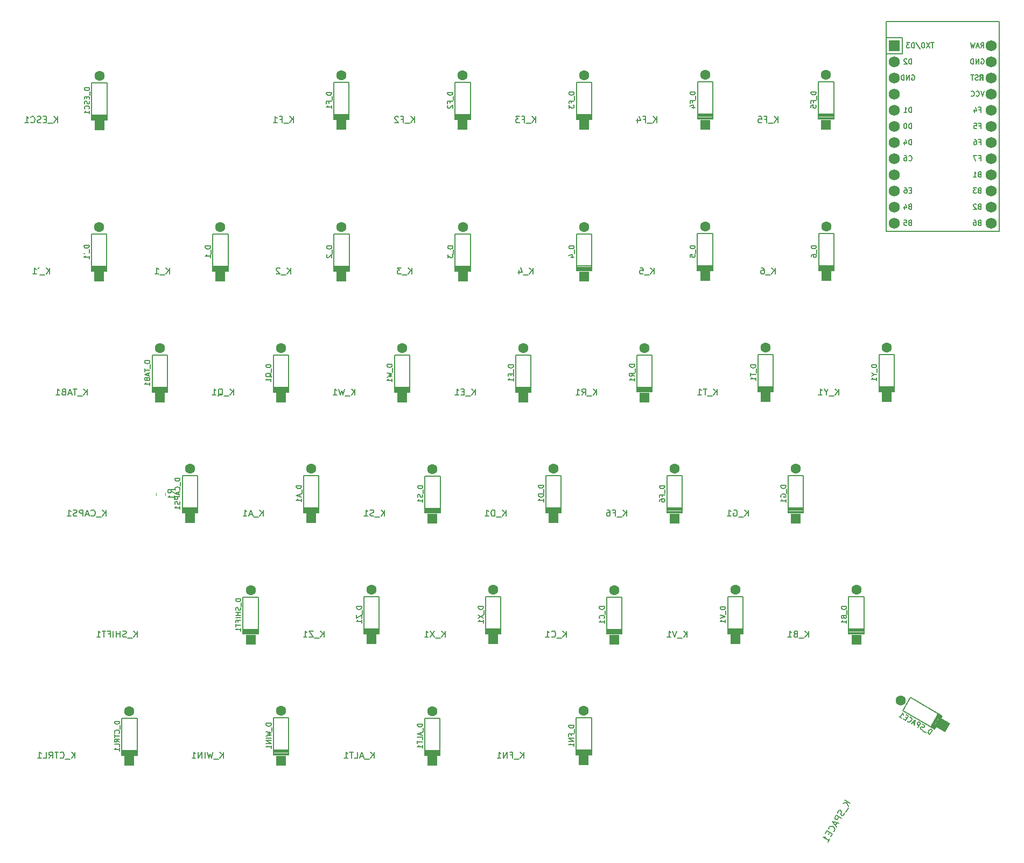
<source format=gbr>
G04 #@! TF.GenerationSoftware,KiCad,Pcbnew,7.0.9*
G04 #@! TF.CreationDate,2023-12-20T03:59:59-06:00*
G04 #@! TF.ProjectId,keyboard,6b657962-6f61-4726-942e-6b696361645f,rev?*
G04 #@! TF.SameCoordinates,Original*
G04 #@! TF.FileFunction,Legend,Bot*
G04 #@! TF.FilePolarity,Positive*
%FSLAX46Y46*%
G04 Gerber Fmt 4.6, Leading zero omitted, Abs format (unit mm)*
G04 Created by KiCad (PCBNEW 7.0.9) date 2023-12-20 03:59:59*
%MOMM*%
%LPD*%
G01*
G04 APERTURE LIST*
G04 Aperture macros list*
%AMRotRect*
0 Rectangle, with rotation*
0 The origin of the aperture is its center*
0 $1 length*
0 $2 width*
0 $3 Rotation angle, in degrees counterclockwise*
0 Add horizontal line*
21,1,$1,$2,0,0,$3*%
G04 Aperture macros list end*
%ADD10C,0.150000*%
%ADD11C,0.200000*%
%ADD12C,0.120000*%
%ADD13R,1.752600X1.752600*%
%ADD14C,1.752600*%
%ADD15R,1.600000X1.600000*%
%ADD16C,1.600000*%
%ADD17RotRect,1.600000X1.600000X150.000000*%
G04 APERTURE END LIST*
D10*
X121614808Y-127202819D02*
X121614808Y-126202819D01*
X121043380Y-127202819D02*
X121471951Y-126631390D01*
X121043380Y-126202819D02*
X121614808Y-126774247D01*
X120852904Y-127298057D02*
X120090999Y-127298057D01*
X119948141Y-126202819D02*
X119281475Y-127202819D01*
X119281475Y-126202819D02*
X119948141Y-127202819D01*
X118376713Y-127202819D02*
X118948141Y-127202819D01*
X118662427Y-127202819D02*
X118662427Y-126202819D01*
X118662427Y-126202819D02*
X118757665Y-126345676D01*
X118757665Y-126345676D02*
X118852903Y-126440914D01*
X118852903Y-126440914D02*
X118948141Y-126488533D01*
X183479689Y-89102819D02*
X183479689Y-88102819D01*
X182908261Y-89102819D02*
X183336832Y-88531390D01*
X182908261Y-88102819D02*
X183479689Y-88674247D01*
X182717785Y-89198057D02*
X181955880Y-89198057D01*
X181527308Y-88626628D02*
X181527308Y-89102819D01*
X181860641Y-88102819D02*
X181527308Y-88626628D01*
X181527308Y-88626628D02*
X181193975Y-88102819D01*
X180336832Y-89102819D02*
X180908260Y-89102819D01*
X180622546Y-89102819D02*
X180622546Y-88102819D01*
X180622546Y-88102819D02*
X180717784Y-88245676D01*
X180717784Y-88245676D02*
X180813022Y-88340914D01*
X180813022Y-88340914D02*
X180908260Y-88388533D01*
X150142189Y-108152819D02*
X150142189Y-107152819D01*
X149570761Y-108152819D02*
X149999332Y-107581390D01*
X149570761Y-107152819D02*
X150142189Y-107724247D01*
X149380285Y-108248057D02*
X148618380Y-108248057D01*
X148046951Y-107629009D02*
X148380284Y-107629009D01*
X148380284Y-108152819D02*
X148380284Y-107152819D01*
X148380284Y-107152819D02*
X147904094Y-107152819D01*
X147094570Y-107152819D02*
X147285046Y-107152819D01*
X147285046Y-107152819D02*
X147380284Y-107200438D01*
X147380284Y-107200438D02*
X147427903Y-107248057D01*
X147427903Y-107248057D02*
X147523141Y-107390914D01*
X147523141Y-107390914D02*
X147570760Y-107581390D01*
X147570760Y-107581390D02*
X147570760Y-107962342D01*
X147570760Y-107962342D02*
X147523141Y-108057580D01*
X147523141Y-108057580D02*
X147475522Y-108105200D01*
X147475522Y-108105200D02*
X147380284Y-108152819D01*
X147380284Y-108152819D02*
X147189808Y-108152819D01*
X147189808Y-108152819D02*
X147094570Y-108105200D01*
X147094570Y-108105200D02*
X147046951Y-108057580D01*
X147046951Y-108057580D02*
X146999332Y-107962342D01*
X146999332Y-107962342D02*
X146999332Y-107724247D01*
X146999332Y-107724247D02*
X147046951Y-107629009D01*
X147046951Y-107629009D02*
X147094570Y-107581390D01*
X147094570Y-107581390D02*
X147189808Y-107533771D01*
X147189808Y-107533771D02*
X147380284Y-107533771D01*
X147380284Y-107533771D02*
X147475522Y-107581390D01*
X147475522Y-107581390D02*
X147523141Y-107629009D01*
X147523141Y-107629009D02*
X147570760Y-107724247D01*
X68274630Y-108152819D02*
X68274630Y-107152819D01*
X67703202Y-108152819D02*
X68131773Y-107581390D01*
X67703202Y-107152819D02*
X68274630Y-107724247D01*
X67512726Y-108248057D02*
X66750821Y-108248057D01*
X65941297Y-108057580D02*
X65988916Y-108105200D01*
X65988916Y-108105200D02*
X66131773Y-108152819D01*
X66131773Y-108152819D02*
X66227011Y-108152819D01*
X66227011Y-108152819D02*
X66369868Y-108105200D01*
X66369868Y-108105200D02*
X66465106Y-108009961D01*
X66465106Y-108009961D02*
X66512725Y-107914723D01*
X66512725Y-107914723D02*
X66560344Y-107724247D01*
X66560344Y-107724247D02*
X66560344Y-107581390D01*
X66560344Y-107581390D02*
X66512725Y-107390914D01*
X66512725Y-107390914D02*
X66465106Y-107295676D01*
X66465106Y-107295676D02*
X66369868Y-107200438D01*
X66369868Y-107200438D02*
X66227011Y-107152819D01*
X66227011Y-107152819D02*
X66131773Y-107152819D01*
X66131773Y-107152819D02*
X65988916Y-107200438D01*
X65988916Y-107200438D02*
X65941297Y-107248057D01*
X65560344Y-107867104D02*
X65084154Y-107867104D01*
X65655582Y-108152819D02*
X65322249Y-107152819D01*
X65322249Y-107152819D02*
X64988916Y-108152819D01*
X64655582Y-108152819D02*
X64655582Y-107152819D01*
X64655582Y-107152819D02*
X64274630Y-107152819D01*
X64274630Y-107152819D02*
X64179392Y-107200438D01*
X64179392Y-107200438D02*
X64131773Y-107248057D01*
X64131773Y-107248057D02*
X64084154Y-107343295D01*
X64084154Y-107343295D02*
X64084154Y-107486152D01*
X64084154Y-107486152D02*
X64131773Y-107581390D01*
X64131773Y-107581390D02*
X64179392Y-107629009D01*
X64179392Y-107629009D02*
X64274630Y-107676628D01*
X64274630Y-107676628D02*
X64655582Y-107676628D01*
X63703201Y-108105200D02*
X63560344Y-108152819D01*
X63560344Y-108152819D02*
X63322249Y-108152819D01*
X63322249Y-108152819D02*
X63227011Y-108105200D01*
X63227011Y-108105200D02*
X63179392Y-108057580D01*
X63179392Y-108057580D02*
X63131773Y-107962342D01*
X63131773Y-107962342D02*
X63131773Y-107867104D01*
X63131773Y-107867104D02*
X63179392Y-107771866D01*
X63179392Y-107771866D02*
X63227011Y-107724247D01*
X63227011Y-107724247D02*
X63322249Y-107676628D01*
X63322249Y-107676628D02*
X63512725Y-107629009D01*
X63512725Y-107629009D02*
X63607963Y-107581390D01*
X63607963Y-107581390D02*
X63655582Y-107533771D01*
X63655582Y-107533771D02*
X63703201Y-107438533D01*
X63703201Y-107438533D02*
X63703201Y-107343295D01*
X63703201Y-107343295D02*
X63655582Y-107248057D01*
X63655582Y-107248057D02*
X63607963Y-107200438D01*
X63607963Y-107200438D02*
X63512725Y-107152819D01*
X63512725Y-107152819D02*
X63274630Y-107152819D01*
X63274630Y-107152819D02*
X63131773Y-107200438D01*
X62179392Y-108152819D02*
X62750820Y-108152819D01*
X62465106Y-108152819D02*
X62465106Y-107152819D01*
X62465106Y-107152819D02*
X62560344Y-107295676D01*
X62560344Y-107295676D02*
X62655582Y-107390914D01*
X62655582Y-107390914D02*
X62750820Y-107438533D01*
X173954689Y-46240319D02*
X173954689Y-45240319D01*
X173383261Y-46240319D02*
X173811832Y-45668890D01*
X173383261Y-45240319D02*
X173954689Y-45811747D01*
X173192785Y-46335557D02*
X172430880Y-46335557D01*
X171859451Y-45716509D02*
X172192784Y-45716509D01*
X172192784Y-46240319D02*
X172192784Y-45240319D01*
X172192784Y-45240319D02*
X171716594Y-45240319D01*
X170859451Y-45240319D02*
X171335641Y-45240319D01*
X171335641Y-45240319D02*
X171383260Y-45716509D01*
X171383260Y-45716509D02*
X171335641Y-45668890D01*
X171335641Y-45668890D02*
X171240403Y-45621271D01*
X171240403Y-45621271D02*
X171002308Y-45621271D01*
X171002308Y-45621271D02*
X170907070Y-45668890D01*
X170907070Y-45668890D02*
X170859451Y-45716509D01*
X170859451Y-45716509D02*
X170811832Y-45811747D01*
X170811832Y-45811747D02*
X170811832Y-46049842D01*
X170811832Y-46049842D02*
X170859451Y-46145080D01*
X170859451Y-46145080D02*
X170907070Y-46192700D01*
X170907070Y-46192700D02*
X171002308Y-46240319D01*
X171002308Y-46240319D02*
X171240403Y-46240319D01*
X171240403Y-46240319D02*
X171335641Y-46192700D01*
X171335641Y-46192700D02*
X171383260Y-46145080D01*
X60654689Y-46240319D02*
X60654689Y-45240319D01*
X60083261Y-46240319D02*
X60511832Y-45668890D01*
X60083261Y-45240319D02*
X60654689Y-45811747D01*
X59892785Y-46335557D02*
X59130880Y-46335557D01*
X58892784Y-45716509D02*
X58559451Y-45716509D01*
X58416594Y-46240319D02*
X58892784Y-46240319D01*
X58892784Y-46240319D02*
X58892784Y-45240319D01*
X58892784Y-45240319D02*
X58416594Y-45240319D01*
X58035641Y-46192700D02*
X57892784Y-46240319D01*
X57892784Y-46240319D02*
X57654689Y-46240319D01*
X57654689Y-46240319D02*
X57559451Y-46192700D01*
X57559451Y-46192700D02*
X57511832Y-46145080D01*
X57511832Y-46145080D02*
X57464213Y-46049842D01*
X57464213Y-46049842D02*
X57464213Y-45954604D01*
X57464213Y-45954604D02*
X57511832Y-45859366D01*
X57511832Y-45859366D02*
X57559451Y-45811747D01*
X57559451Y-45811747D02*
X57654689Y-45764128D01*
X57654689Y-45764128D02*
X57845165Y-45716509D01*
X57845165Y-45716509D02*
X57940403Y-45668890D01*
X57940403Y-45668890D02*
X57988022Y-45621271D01*
X57988022Y-45621271D02*
X58035641Y-45526033D01*
X58035641Y-45526033D02*
X58035641Y-45430795D01*
X58035641Y-45430795D02*
X57988022Y-45335557D01*
X57988022Y-45335557D02*
X57940403Y-45287938D01*
X57940403Y-45287938D02*
X57845165Y-45240319D01*
X57845165Y-45240319D02*
X57607070Y-45240319D01*
X57607070Y-45240319D02*
X57464213Y-45287938D01*
X56464213Y-46145080D02*
X56511832Y-46192700D01*
X56511832Y-46192700D02*
X56654689Y-46240319D01*
X56654689Y-46240319D02*
X56749927Y-46240319D01*
X56749927Y-46240319D02*
X56892784Y-46192700D01*
X56892784Y-46192700D02*
X56988022Y-46097461D01*
X56988022Y-46097461D02*
X57035641Y-46002223D01*
X57035641Y-46002223D02*
X57083260Y-45811747D01*
X57083260Y-45811747D02*
X57083260Y-45668890D01*
X57083260Y-45668890D02*
X57035641Y-45478414D01*
X57035641Y-45478414D02*
X56988022Y-45383176D01*
X56988022Y-45383176D02*
X56892784Y-45287938D01*
X56892784Y-45287938D02*
X56749927Y-45240319D01*
X56749927Y-45240319D02*
X56654689Y-45240319D01*
X56654689Y-45240319D02*
X56511832Y-45287938D01*
X56511832Y-45287938D02*
X56464213Y-45335557D01*
X55511832Y-46240319D02*
X56083260Y-46240319D01*
X55797546Y-46240319D02*
X55797546Y-45240319D01*
X55797546Y-45240319D02*
X55892784Y-45383176D01*
X55892784Y-45383176D02*
X55988022Y-45478414D01*
X55988022Y-45478414D02*
X56083260Y-45526033D01*
X178788618Y-127202819D02*
X178788618Y-126202819D01*
X178217190Y-127202819D02*
X178645761Y-126631390D01*
X178217190Y-126202819D02*
X178788618Y-126774247D01*
X178026714Y-127298057D02*
X177264809Y-127298057D01*
X176693380Y-126679009D02*
X176550523Y-126726628D01*
X176550523Y-126726628D02*
X176502904Y-126774247D01*
X176502904Y-126774247D02*
X176455285Y-126869485D01*
X176455285Y-126869485D02*
X176455285Y-127012342D01*
X176455285Y-127012342D02*
X176502904Y-127107580D01*
X176502904Y-127107580D02*
X176550523Y-127155200D01*
X176550523Y-127155200D02*
X176645761Y-127202819D01*
X176645761Y-127202819D02*
X177026713Y-127202819D01*
X177026713Y-127202819D02*
X177026713Y-126202819D01*
X177026713Y-126202819D02*
X176693380Y-126202819D01*
X176693380Y-126202819D02*
X176598142Y-126250438D01*
X176598142Y-126250438D02*
X176550523Y-126298057D01*
X176550523Y-126298057D02*
X176502904Y-126393295D01*
X176502904Y-126393295D02*
X176502904Y-126488533D01*
X176502904Y-126488533D02*
X176550523Y-126583771D01*
X176550523Y-126583771D02*
X176598142Y-126631390D01*
X176598142Y-126631390D02*
X176693380Y-126679009D01*
X176693380Y-126679009D02*
X177026713Y-126679009D01*
X175502904Y-127202819D02*
X176074332Y-127202819D01*
X175788618Y-127202819D02*
X175788618Y-126202819D01*
X175788618Y-126202819D02*
X175883856Y-126345676D01*
X175883856Y-126345676D02*
X175979094Y-126440914D01*
X175979094Y-126440914D02*
X176074332Y-126488533D01*
X126353499Y-89102819D02*
X126353499Y-88102819D01*
X125782071Y-89102819D02*
X126210642Y-88531390D01*
X125782071Y-88102819D02*
X126353499Y-88674247D01*
X125591595Y-89198057D02*
X124829690Y-89198057D01*
X124591594Y-88579009D02*
X124258261Y-88579009D01*
X124115404Y-89102819D02*
X124591594Y-89102819D01*
X124591594Y-89102819D02*
X124591594Y-88102819D01*
X124591594Y-88102819D02*
X124115404Y-88102819D01*
X123163023Y-89102819D02*
X123734451Y-89102819D01*
X123448737Y-89102819D02*
X123448737Y-88102819D01*
X123448737Y-88102819D02*
X123543975Y-88245676D01*
X123543975Y-88245676D02*
X123639213Y-88340914D01*
X123639213Y-88340914D02*
X123734451Y-88388533D01*
X164382070Y-89102819D02*
X164382070Y-88102819D01*
X163810642Y-89102819D02*
X164239213Y-88531390D01*
X163810642Y-88102819D02*
X164382070Y-88674247D01*
X163620166Y-89198057D02*
X162858261Y-89198057D01*
X162763022Y-88102819D02*
X162191594Y-88102819D01*
X162477308Y-89102819D02*
X162477308Y-88102819D01*
X161334451Y-89102819D02*
X161905879Y-89102819D01*
X161620165Y-89102819D02*
X161620165Y-88102819D01*
X161620165Y-88102819D02*
X161715403Y-88245676D01*
X161715403Y-88245676D02*
X161810641Y-88340914D01*
X161810641Y-88340914D02*
X161905879Y-88388533D01*
X185304295Y-153354051D02*
X184438269Y-152854051D01*
X185018580Y-153848922D02*
X184737994Y-153192054D01*
X184152555Y-153348922D02*
X184933141Y-153139765D01*
X185005821Y-154061498D02*
X184624869Y-154721327D01*
X184405912Y-154814856D02*
X184375723Y-154962384D01*
X184375723Y-154962384D02*
X184256676Y-155168580D01*
X184256676Y-155168580D02*
X184167817Y-155227249D01*
X184167817Y-155227249D02*
X184102768Y-155244679D01*
X184102768Y-155244679D02*
X183996480Y-155238299D01*
X183996480Y-155238299D02*
X183914002Y-155190680D01*
X183914002Y-155190680D02*
X183855333Y-155101822D01*
X183855333Y-155101822D02*
X183837903Y-155036773D01*
X183837903Y-155036773D02*
X183844283Y-154930485D01*
X183844283Y-154930485D02*
X183898281Y-154741718D01*
X183898281Y-154741718D02*
X183904661Y-154635430D01*
X183904661Y-154635430D02*
X183887231Y-154570381D01*
X183887231Y-154570381D02*
X183828562Y-154481523D01*
X183828562Y-154481523D02*
X183746084Y-154433904D01*
X183746084Y-154433904D02*
X183639795Y-154427524D01*
X183639795Y-154427524D02*
X183574747Y-154444954D01*
X183574747Y-154444954D02*
X183485888Y-154503623D01*
X183485888Y-154503623D02*
X183366841Y-154709819D01*
X183366841Y-154709819D02*
X183336651Y-154857347D01*
X183947152Y-155704691D02*
X183081126Y-155204691D01*
X183081126Y-155204691D02*
X182890650Y-155534606D01*
X182890650Y-155534606D02*
X182884270Y-155640894D01*
X182884270Y-155640894D02*
X182901700Y-155705943D01*
X182901700Y-155705943D02*
X182960369Y-155794801D01*
X182960369Y-155794801D02*
X183084087Y-155866229D01*
X183084087Y-155866229D02*
X183190375Y-155872609D01*
X183190375Y-155872609D02*
X183255424Y-155855179D01*
X183255424Y-155855179D02*
X183344282Y-155796510D01*
X183344282Y-155796510D02*
X183534759Y-155466596D01*
X183223525Y-156386620D02*
X182985430Y-156799013D01*
X183518580Y-156446999D02*
X182485888Y-156235674D01*
X182485888Y-156235674D02*
X183185247Y-157024349D01*
X182650387Y-157760277D02*
X182715436Y-157742847D01*
X182715436Y-157742847D02*
X182828104Y-157642939D01*
X182828104Y-157642939D02*
X182875723Y-157560460D01*
X182875723Y-157560460D02*
X182905912Y-157412933D01*
X182905912Y-157412933D02*
X182871053Y-157282835D01*
X182871053Y-157282835D02*
X182812384Y-157193977D01*
X182812384Y-157193977D02*
X182671236Y-157057499D01*
X182671236Y-157057499D02*
X182547518Y-156986071D01*
X182547518Y-156986071D02*
X182358751Y-156932072D01*
X182358751Y-156932072D02*
X182252463Y-156925692D01*
X182252463Y-156925692D02*
X182122366Y-156960552D01*
X182122366Y-156960552D02*
X182009698Y-157060460D01*
X182009698Y-157060460D02*
X181962079Y-157142939D01*
X181962079Y-157142939D02*
X181931889Y-157290466D01*
X181931889Y-157290466D02*
X181949319Y-157355515D01*
X182064948Y-157917145D02*
X181898281Y-158205820D01*
X182280485Y-158591443D02*
X182518580Y-158179050D01*
X182518580Y-158179050D02*
X181652555Y-157679050D01*
X181652555Y-157679050D02*
X181414460Y-158091443D01*
X181804294Y-159416229D02*
X182090009Y-158921357D01*
X181947152Y-159168793D02*
X181081126Y-158668793D01*
X181081126Y-158668793D02*
X181252463Y-158657743D01*
X181252463Y-158657743D02*
X181382561Y-158622883D01*
X181382561Y-158622883D02*
X181471419Y-158564214D01*
X65298142Y-89102819D02*
X65298142Y-88102819D01*
X64726714Y-89102819D02*
X65155285Y-88531390D01*
X64726714Y-88102819D02*
X65298142Y-88674247D01*
X64536238Y-89198057D02*
X63774333Y-89198057D01*
X63679094Y-88102819D02*
X63107666Y-88102819D01*
X63393380Y-89102819D02*
X63393380Y-88102819D01*
X62821951Y-88817104D02*
X62345761Y-88817104D01*
X62917189Y-89102819D02*
X62583856Y-88102819D01*
X62583856Y-88102819D02*
X62250523Y-89102819D01*
X61583856Y-88579009D02*
X61440999Y-88626628D01*
X61440999Y-88626628D02*
X61393380Y-88674247D01*
X61393380Y-88674247D02*
X61345761Y-88769485D01*
X61345761Y-88769485D02*
X61345761Y-88912342D01*
X61345761Y-88912342D02*
X61393380Y-89007580D01*
X61393380Y-89007580D02*
X61440999Y-89055200D01*
X61440999Y-89055200D02*
X61536237Y-89102819D01*
X61536237Y-89102819D02*
X61917189Y-89102819D01*
X61917189Y-89102819D02*
X61917189Y-88102819D01*
X61917189Y-88102819D02*
X61583856Y-88102819D01*
X61583856Y-88102819D02*
X61488618Y-88150438D01*
X61488618Y-88150438D02*
X61440999Y-88198057D01*
X61440999Y-88198057D02*
X61393380Y-88293295D01*
X61393380Y-88293295D02*
X61393380Y-88388533D01*
X61393380Y-88388533D02*
X61440999Y-88483771D01*
X61440999Y-88483771D02*
X61488618Y-88531390D01*
X61488618Y-88531390D02*
X61583856Y-88579009D01*
X61583856Y-88579009D02*
X61917189Y-88579009D01*
X60393380Y-89102819D02*
X60964808Y-89102819D01*
X60679094Y-89102819D02*
X60679094Y-88102819D01*
X60679094Y-88102819D02*
X60774332Y-88245676D01*
X60774332Y-88245676D02*
X60869570Y-88340914D01*
X60869570Y-88340914D02*
X60964808Y-88388533D01*
X131163618Y-108152819D02*
X131163618Y-107152819D01*
X130592190Y-108152819D02*
X131020761Y-107581390D01*
X130592190Y-107152819D02*
X131163618Y-107724247D01*
X130401714Y-108248057D02*
X129639809Y-108248057D01*
X129401713Y-108152819D02*
X129401713Y-107152819D01*
X129401713Y-107152819D02*
X129163618Y-107152819D01*
X129163618Y-107152819D02*
X129020761Y-107200438D01*
X129020761Y-107200438D02*
X128925523Y-107295676D01*
X128925523Y-107295676D02*
X128877904Y-107390914D01*
X128877904Y-107390914D02*
X128830285Y-107581390D01*
X128830285Y-107581390D02*
X128830285Y-107724247D01*
X128830285Y-107724247D02*
X128877904Y-107914723D01*
X128877904Y-107914723D02*
X128925523Y-108009961D01*
X128925523Y-108009961D02*
X129020761Y-108105200D01*
X129020761Y-108105200D02*
X129163618Y-108152819D01*
X129163618Y-108152819D02*
X129401713Y-108152819D01*
X127877904Y-108152819D02*
X128449332Y-108152819D01*
X128163618Y-108152819D02*
X128163618Y-107152819D01*
X128163618Y-107152819D02*
X128258856Y-107295676D01*
X128258856Y-107295676D02*
X128354094Y-107390914D01*
X128354094Y-107390914D02*
X128449332Y-107438533D01*
X97326118Y-70052819D02*
X97326118Y-69052819D01*
X96754690Y-70052819D02*
X97183261Y-69481390D01*
X96754690Y-69052819D02*
X97326118Y-69624247D01*
X96564214Y-70148057D02*
X95802309Y-70148057D01*
X95611832Y-69148057D02*
X95564213Y-69100438D01*
X95564213Y-69100438D02*
X95468975Y-69052819D01*
X95468975Y-69052819D02*
X95230880Y-69052819D01*
X95230880Y-69052819D02*
X95135642Y-69100438D01*
X95135642Y-69100438D02*
X95088023Y-69148057D01*
X95088023Y-69148057D02*
X95040404Y-69243295D01*
X95040404Y-69243295D02*
X95040404Y-69338533D01*
X95040404Y-69338533D02*
X95088023Y-69481390D01*
X95088023Y-69481390D02*
X95659451Y-70052819D01*
X95659451Y-70052819D02*
X95040404Y-70052819D01*
X173526118Y-70052819D02*
X173526118Y-69052819D01*
X172954690Y-70052819D02*
X173383261Y-69481390D01*
X172954690Y-69052819D02*
X173526118Y-69624247D01*
X172764214Y-70148057D02*
X172002309Y-70148057D01*
X171335642Y-69052819D02*
X171526118Y-69052819D01*
X171526118Y-69052819D02*
X171621356Y-69100438D01*
X171621356Y-69100438D02*
X171668975Y-69148057D01*
X171668975Y-69148057D02*
X171764213Y-69290914D01*
X171764213Y-69290914D02*
X171811832Y-69481390D01*
X171811832Y-69481390D02*
X171811832Y-69862342D01*
X171811832Y-69862342D02*
X171764213Y-69957580D01*
X171764213Y-69957580D02*
X171716594Y-70005200D01*
X171716594Y-70005200D02*
X171621356Y-70052819D01*
X171621356Y-70052819D02*
X171430880Y-70052819D01*
X171430880Y-70052819D02*
X171335642Y-70005200D01*
X171335642Y-70005200D02*
X171288023Y-69957580D01*
X171288023Y-69957580D02*
X171240404Y-69862342D01*
X171240404Y-69862342D02*
X171240404Y-69624247D01*
X171240404Y-69624247D02*
X171288023Y-69529009D01*
X171288023Y-69529009D02*
X171335642Y-69481390D01*
X171335642Y-69481390D02*
X171430880Y-69433771D01*
X171430880Y-69433771D02*
X171621356Y-69433771D01*
X171621356Y-69433771D02*
X171716594Y-69481390D01*
X171716594Y-69481390D02*
X171764213Y-69529009D01*
X171764213Y-69529009D02*
X171811832Y-69624247D01*
X154904689Y-46240319D02*
X154904689Y-45240319D01*
X154333261Y-46240319D02*
X154761832Y-45668890D01*
X154333261Y-45240319D02*
X154904689Y-45811747D01*
X154142785Y-46335557D02*
X153380880Y-46335557D01*
X152809451Y-45716509D02*
X153142784Y-45716509D01*
X153142784Y-46240319D02*
X153142784Y-45240319D01*
X153142784Y-45240319D02*
X152666594Y-45240319D01*
X151857070Y-45573652D02*
X151857070Y-46240319D01*
X152095165Y-45192700D02*
X152333260Y-45906985D01*
X152333260Y-45906985D02*
X151714213Y-45906985D01*
X169263618Y-108152819D02*
X169263618Y-107152819D01*
X168692190Y-108152819D02*
X169120761Y-107581390D01*
X168692190Y-107152819D02*
X169263618Y-107724247D01*
X168501714Y-108248057D02*
X167739809Y-108248057D01*
X166977904Y-107200438D02*
X167073142Y-107152819D01*
X167073142Y-107152819D02*
X167215999Y-107152819D01*
X167215999Y-107152819D02*
X167358856Y-107200438D01*
X167358856Y-107200438D02*
X167454094Y-107295676D01*
X167454094Y-107295676D02*
X167501713Y-107390914D01*
X167501713Y-107390914D02*
X167549332Y-107581390D01*
X167549332Y-107581390D02*
X167549332Y-107724247D01*
X167549332Y-107724247D02*
X167501713Y-107914723D01*
X167501713Y-107914723D02*
X167454094Y-108009961D01*
X167454094Y-108009961D02*
X167358856Y-108105200D01*
X167358856Y-108105200D02*
X167215999Y-108152819D01*
X167215999Y-108152819D02*
X167120761Y-108152819D01*
X167120761Y-108152819D02*
X166977904Y-108105200D01*
X166977904Y-108105200D02*
X166930285Y-108057580D01*
X166930285Y-108057580D02*
X166930285Y-107724247D01*
X166930285Y-107724247D02*
X167120761Y-107724247D01*
X165977904Y-108152819D02*
X166549332Y-108152819D01*
X166263618Y-108152819D02*
X166263618Y-107152819D01*
X166263618Y-107152819D02*
X166358856Y-107295676D01*
X166358856Y-107295676D02*
X166454094Y-107390914D01*
X166454094Y-107390914D02*
X166549332Y-107438533D01*
X97754689Y-46240319D02*
X97754689Y-45240319D01*
X97183261Y-46240319D02*
X97611832Y-45668890D01*
X97183261Y-45240319D02*
X97754689Y-45811747D01*
X96992785Y-46335557D02*
X96230880Y-46335557D01*
X95659451Y-45716509D02*
X95992784Y-45716509D01*
X95992784Y-46240319D02*
X95992784Y-45240319D01*
X95992784Y-45240319D02*
X95516594Y-45240319D01*
X94611832Y-46240319D02*
X95183260Y-46240319D01*
X94897546Y-46240319D02*
X94897546Y-45240319D01*
X94897546Y-45240319D02*
X94992784Y-45383176D01*
X94992784Y-45383176D02*
X95088022Y-45478414D01*
X95088022Y-45478414D02*
X95183260Y-45526033D01*
X112089808Y-108152819D02*
X112089808Y-107152819D01*
X111518380Y-108152819D02*
X111946951Y-107581390D01*
X111518380Y-107152819D02*
X112089808Y-107724247D01*
X111327904Y-108248057D02*
X110565999Y-108248057D01*
X110375522Y-108105200D02*
X110232665Y-108152819D01*
X110232665Y-108152819D02*
X109994570Y-108152819D01*
X109994570Y-108152819D02*
X109899332Y-108105200D01*
X109899332Y-108105200D02*
X109851713Y-108057580D01*
X109851713Y-108057580D02*
X109804094Y-107962342D01*
X109804094Y-107962342D02*
X109804094Y-107867104D01*
X109804094Y-107867104D02*
X109851713Y-107771866D01*
X109851713Y-107771866D02*
X109899332Y-107724247D01*
X109899332Y-107724247D02*
X109994570Y-107676628D01*
X109994570Y-107676628D02*
X110185046Y-107629009D01*
X110185046Y-107629009D02*
X110280284Y-107581390D01*
X110280284Y-107581390D02*
X110327903Y-107533771D01*
X110327903Y-107533771D02*
X110375522Y-107438533D01*
X110375522Y-107438533D02*
X110375522Y-107343295D01*
X110375522Y-107343295D02*
X110327903Y-107248057D01*
X110327903Y-107248057D02*
X110280284Y-107200438D01*
X110280284Y-107200438D02*
X110185046Y-107152819D01*
X110185046Y-107152819D02*
X109946951Y-107152819D01*
X109946951Y-107152819D02*
X109804094Y-107200438D01*
X108851713Y-108152819D02*
X109423141Y-108152819D01*
X109137427Y-108152819D02*
X109137427Y-107152819D01*
X109137427Y-107152819D02*
X109232665Y-107295676D01*
X109232665Y-107295676D02*
X109327903Y-107390914D01*
X109327903Y-107390914D02*
X109423141Y-107438533D01*
X73179987Y-127202819D02*
X73179987Y-126202819D01*
X72608559Y-127202819D02*
X73037130Y-126631390D01*
X72608559Y-126202819D02*
X73179987Y-126774247D01*
X72418083Y-127298057D02*
X71656178Y-127298057D01*
X71465701Y-127155200D02*
X71322844Y-127202819D01*
X71322844Y-127202819D02*
X71084749Y-127202819D01*
X71084749Y-127202819D02*
X70989511Y-127155200D01*
X70989511Y-127155200D02*
X70941892Y-127107580D01*
X70941892Y-127107580D02*
X70894273Y-127012342D01*
X70894273Y-127012342D02*
X70894273Y-126917104D01*
X70894273Y-126917104D02*
X70941892Y-126821866D01*
X70941892Y-126821866D02*
X70989511Y-126774247D01*
X70989511Y-126774247D02*
X71084749Y-126726628D01*
X71084749Y-126726628D02*
X71275225Y-126679009D01*
X71275225Y-126679009D02*
X71370463Y-126631390D01*
X71370463Y-126631390D02*
X71418082Y-126583771D01*
X71418082Y-126583771D02*
X71465701Y-126488533D01*
X71465701Y-126488533D02*
X71465701Y-126393295D01*
X71465701Y-126393295D02*
X71418082Y-126298057D01*
X71418082Y-126298057D02*
X71370463Y-126250438D01*
X71370463Y-126250438D02*
X71275225Y-126202819D01*
X71275225Y-126202819D02*
X71037130Y-126202819D01*
X71037130Y-126202819D02*
X70894273Y-126250438D01*
X70465701Y-127202819D02*
X70465701Y-126202819D01*
X70465701Y-126679009D02*
X69894273Y-126679009D01*
X69894273Y-127202819D02*
X69894273Y-126202819D01*
X69418082Y-127202819D02*
X69418082Y-126202819D01*
X68608559Y-126679009D02*
X68941892Y-126679009D01*
X68941892Y-127202819D02*
X68941892Y-126202819D01*
X68941892Y-126202819D02*
X68465702Y-126202819D01*
X68227606Y-126202819D02*
X67656178Y-126202819D01*
X67941892Y-127202819D02*
X67941892Y-126202819D01*
X66799035Y-127202819D02*
X67370463Y-127202819D01*
X67084749Y-127202819D02*
X67084749Y-126202819D01*
X67084749Y-126202819D02*
X67179987Y-126345676D01*
X67179987Y-126345676D02*
X67275225Y-126440914D01*
X67275225Y-126440914D02*
X67370463Y-126488533D01*
X145451118Y-89102819D02*
X145451118Y-88102819D01*
X144879690Y-89102819D02*
X145308261Y-88531390D01*
X144879690Y-88102819D02*
X145451118Y-88674247D01*
X144689214Y-89198057D02*
X143927309Y-89198057D01*
X143117785Y-89102819D02*
X143451118Y-88626628D01*
X143689213Y-89102819D02*
X143689213Y-88102819D01*
X143689213Y-88102819D02*
X143308261Y-88102819D01*
X143308261Y-88102819D02*
X143213023Y-88150438D01*
X143213023Y-88150438D02*
X143165404Y-88198057D01*
X143165404Y-88198057D02*
X143117785Y-88293295D01*
X143117785Y-88293295D02*
X143117785Y-88436152D01*
X143117785Y-88436152D02*
X143165404Y-88531390D01*
X143165404Y-88531390D02*
X143213023Y-88579009D01*
X143213023Y-88579009D02*
X143308261Y-88626628D01*
X143308261Y-88626628D02*
X143689213Y-88626628D01*
X142165404Y-89102819D02*
X142736832Y-89102819D01*
X142451118Y-89102819D02*
X142451118Y-88102819D01*
X142451118Y-88102819D02*
X142546356Y-88245676D01*
X142546356Y-88245676D02*
X142641594Y-88340914D01*
X142641594Y-88340914D02*
X142736832Y-88388533D01*
X110446654Y-146252819D02*
X110446654Y-145252819D01*
X109875226Y-146252819D02*
X110303797Y-145681390D01*
X109875226Y-145252819D02*
X110446654Y-145824247D01*
X109684750Y-146348057D02*
X108922845Y-146348057D01*
X108732368Y-145967104D02*
X108256178Y-145967104D01*
X108827606Y-146252819D02*
X108494273Y-145252819D01*
X108494273Y-145252819D02*
X108160940Y-146252819D01*
X107351416Y-146252819D02*
X107827606Y-146252819D01*
X107827606Y-146252819D02*
X107827606Y-145252819D01*
X107160939Y-145252819D02*
X106589511Y-145252819D01*
X106875225Y-146252819D02*
X106875225Y-145252819D01*
X105732368Y-146252819D02*
X106303796Y-146252819D01*
X106018082Y-146252819D02*
X106018082Y-145252819D01*
X106018082Y-145252819D02*
X106113320Y-145395676D01*
X106113320Y-145395676D02*
X106208558Y-145490914D01*
X106208558Y-145490914D02*
X106303796Y-145538533D01*
X194969475Y-36982295D02*
X194969475Y-36182295D01*
X194969475Y-36182295D02*
X194778999Y-36182295D01*
X194778999Y-36182295D02*
X194664713Y-36220390D01*
X194664713Y-36220390D02*
X194588523Y-36296580D01*
X194588523Y-36296580D02*
X194550428Y-36372771D01*
X194550428Y-36372771D02*
X194512332Y-36525152D01*
X194512332Y-36525152D02*
X194512332Y-36639438D01*
X194512332Y-36639438D02*
X194550428Y-36791819D01*
X194550428Y-36791819D02*
X194588523Y-36868009D01*
X194588523Y-36868009D02*
X194664713Y-36944200D01*
X194664713Y-36944200D02*
X194778999Y-36982295D01*
X194778999Y-36982295D02*
X194969475Y-36982295D01*
X194207571Y-36258485D02*
X194169475Y-36220390D01*
X194169475Y-36220390D02*
X194093285Y-36182295D01*
X194093285Y-36182295D02*
X193902809Y-36182295D01*
X193902809Y-36182295D02*
X193826618Y-36220390D01*
X193826618Y-36220390D02*
X193788523Y-36258485D01*
X193788523Y-36258485D02*
X193750428Y-36334676D01*
X193750428Y-36334676D02*
X193750428Y-36410866D01*
X193750428Y-36410866D02*
X193788523Y-36525152D01*
X193788523Y-36525152D02*
X194245666Y-36982295D01*
X194245666Y-36982295D02*
X193750428Y-36982295D01*
X194512332Y-52146104D02*
X194550428Y-52184200D01*
X194550428Y-52184200D02*
X194664713Y-52222295D01*
X194664713Y-52222295D02*
X194740904Y-52222295D01*
X194740904Y-52222295D02*
X194855190Y-52184200D01*
X194855190Y-52184200D02*
X194931380Y-52108009D01*
X194931380Y-52108009D02*
X194969475Y-52031819D01*
X194969475Y-52031819D02*
X195007571Y-51879438D01*
X195007571Y-51879438D02*
X195007571Y-51765152D01*
X195007571Y-51765152D02*
X194969475Y-51612771D01*
X194969475Y-51612771D02*
X194931380Y-51536580D01*
X194931380Y-51536580D02*
X194855190Y-51460390D01*
X194855190Y-51460390D02*
X194740904Y-51422295D01*
X194740904Y-51422295D02*
X194664713Y-51422295D01*
X194664713Y-51422295D02*
X194550428Y-51460390D01*
X194550428Y-51460390D02*
X194512332Y-51498485D01*
X193826618Y-51422295D02*
X193978999Y-51422295D01*
X193978999Y-51422295D02*
X194055190Y-51460390D01*
X194055190Y-51460390D02*
X194093285Y-51498485D01*
X194093285Y-51498485D02*
X194169475Y-51612771D01*
X194169475Y-51612771D02*
X194207571Y-51765152D01*
X194207571Y-51765152D02*
X194207571Y-52069914D01*
X194207571Y-52069914D02*
X194169475Y-52146104D01*
X194169475Y-52146104D02*
X194131380Y-52184200D01*
X194131380Y-52184200D02*
X194055190Y-52222295D01*
X194055190Y-52222295D02*
X193902809Y-52222295D01*
X193902809Y-52222295D02*
X193826618Y-52184200D01*
X193826618Y-52184200D02*
X193788523Y-52146104D01*
X193788523Y-52146104D02*
X193750428Y-52069914D01*
X193750428Y-52069914D02*
X193750428Y-51879438D01*
X193750428Y-51879438D02*
X193788523Y-51803247D01*
X193788523Y-51803247D02*
X193826618Y-51765152D01*
X193826618Y-51765152D02*
X193902809Y-51727057D01*
X193902809Y-51727057D02*
X194055190Y-51727057D01*
X194055190Y-51727057D02*
X194131380Y-51765152D01*
X194131380Y-51765152D02*
X194169475Y-51803247D01*
X194169475Y-51803247D02*
X194207571Y-51879438D01*
X205567666Y-46723247D02*
X205834332Y-46723247D01*
X205834332Y-47142295D02*
X205834332Y-46342295D01*
X205834332Y-46342295D02*
X205453380Y-46342295D01*
X204767666Y-46342295D02*
X205148618Y-46342295D01*
X205148618Y-46342295D02*
X205186714Y-46723247D01*
X205186714Y-46723247D02*
X205148618Y-46685152D01*
X205148618Y-46685152D02*
X205072428Y-46647057D01*
X205072428Y-46647057D02*
X204881952Y-46647057D01*
X204881952Y-46647057D02*
X204805761Y-46685152D01*
X204805761Y-46685152D02*
X204767666Y-46723247D01*
X204767666Y-46723247D02*
X204729571Y-46799438D01*
X204729571Y-46799438D02*
X204729571Y-46989914D01*
X204729571Y-46989914D02*
X204767666Y-47066104D01*
X204767666Y-47066104D02*
X204805761Y-47104200D01*
X204805761Y-47104200D02*
X204881952Y-47142295D01*
X204881952Y-47142295D02*
X205072428Y-47142295D01*
X205072428Y-47142295D02*
X205148618Y-47104200D01*
X205148618Y-47104200D02*
X205186714Y-47066104D01*
X205567666Y-49263247D02*
X205834332Y-49263247D01*
X205834332Y-49682295D02*
X205834332Y-48882295D01*
X205834332Y-48882295D02*
X205453380Y-48882295D01*
X204805761Y-48882295D02*
X204958142Y-48882295D01*
X204958142Y-48882295D02*
X205034333Y-48920390D01*
X205034333Y-48920390D02*
X205072428Y-48958485D01*
X205072428Y-48958485D02*
X205148618Y-49072771D01*
X205148618Y-49072771D02*
X205186714Y-49225152D01*
X205186714Y-49225152D02*
X205186714Y-49529914D01*
X205186714Y-49529914D02*
X205148618Y-49606104D01*
X205148618Y-49606104D02*
X205110523Y-49644200D01*
X205110523Y-49644200D02*
X205034333Y-49682295D01*
X205034333Y-49682295D02*
X204881952Y-49682295D01*
X204881952Y-49682295D02*
X204805761Y-49644200D01*
X204805761Y-49644200D02*
X204767666Y-49606104D01*
X204767666Y-49606104D02*
X204729571Y-49529914D01*
X204729571Y-49529914D02*
X204729571Y-49339438D01*
X204729571Y-49339438D02*
X204767666Y-49263247D01*
X204767666Y-49263247D02*
X204805761Y-49225152D01*
X204805761Y-49225152D02*
X204881952Y-49187057D01*
X204881952Y-49187057D02*
X205034333Y-49187057D01*
X205034333Y-49187057D02*
X205110523Y-49225152D01*
X205110523Y-49225152D02*
X205148618Y-49263247D01*
X205148618Y-49263247D02*
X205186714Y-49339438D01*
X205567666Y-44183247D02*
X205834332Y-44183247D01*
X205834332Y-44602295D02*
X205834332Y-43802295D01*
X205834332Y-43802295D02*
X205453380Y-43802295D01*
X204805761Y-44068961D02*
X204805761Y-44602295D01*
X204996237Y-43764200D02*
X205186714Y-44335628D01*
X205186714Y-44335628D02*
X204691475Y-44335628D01*
X205413333Y-39464200D02*
X205299047Y-39502295D01*
X205299047Y-39502295D02*
X205108571Y-39502295D01*
X205108571Y-39502295D02*
X205032380Y-39464200D01*
X205032380Y-39464200D02*
X204994285Y-39426104D01*
X204994285Y-39426104D02*
X204956190Y-39349914D01*
X204956190Y-39349914D02*
X204956190Y-39273723D01*
X204956190Y-39273723D02*
X204994285Y-39197533D01*
X204994285Y-39197533D02*
X205032380Y-39159438D01*
X205032380Y-39159438D02*
X205108571Y-39121342D01*
X205108571Y-39121342D02*
X205260952Y-39083247D01*
X205260952Y-39083247D02*
X205337142Y-39045152D01*
X205337142Y-39045152D02*
X205375237Y-39007057D01*
X205375237Y-39007057D02*
X205413333Y-38930866D01*
X205413333Y-38930866D02*
X205413333Y-38854676D01*
X205413333Y-38854676D02*
X205375237Y-38778485D01*
X205375237Y-38778485D02*
X205337142Y-38740390D01*
X205337142Y-38740390D02*
X205260952Y-38702295D01*
X205260952Y-38702295D02*
X205070475Y-38702295D01*
X205070475Y-38702295D02*
X204956190Y-38740390D01*
X204727618Y-38702295D02*
X204270475Y-38702295D01*
X204499047Y-39502295D02*
X204499047Y-38702295D01*
X205624809Y-59423247D02*
X205510523Y-59461342D01*
X205510523Y-59461342D02*
X205472428Y-59499438D01*
X205472428Y-59499438D02*
X205434332Y-59575628D01*
X205434332Y-59575628D02*
X205434332Y-59689914D01*
X205434332Y-59689914D02*
X205472428Y-59766104D01*
X205472428Y-59766104D02*
X205510523Y-59804200D01*
X205510523Y-59804200D02*
X205586713Y-59842295D01*
X205586713Y-59842295D02*
X205891475Y-59842295D01*
X205891475Y-59842295D02*
X205891475Y-59042295D01*
X205891475Y-59042295D02*
X205624809Y-59042295D01*
X205624809Y-59042295D02*
X205548618Y-59080390D01*
X205548618Y-59080390D02*
X205510523Y-59118485D01*
X205510523Y-59118485D02*
X205472428Y-59194676D01*
X205472428Y-59194676D02*
X205472428Y-59270866D01*
X205472428Y-59270866D02*
X205510523Y-59347057D01*
X205510523Y-59347057D02*
X205548618Y-59385152D01*
X205548618Y-59385152D02*
X205624809Y-59423247D01*
X205624809Y-59423247D02*
X205891475Y-59423247D01*
X205129571Y-59118485D02*
X205091475Y-59080390D01*
X205091475Y-59080390D02*
X205015285Y-59042295D01*
X205015285Y-59042295D02*
X204824809Y-59042295D01*
X204824809Y-59042295D02*
X204748618Y-59080390D01*
X204748618Y-59080390D02*
X204710523Y-59118485D01*
X204710523Y-59118485D02*
X204672428Y-59194676D01*
X204672428Y-59194676D02*
X204672428Y-59270866D01*
X204672428Y-59270866D02*
X204710523Y-59385152D01*
X204710523Y-59385152D02*
X205167666Y-59842295D01*
X205167666Y-59842295D02*
X204672428Y-59842295D01*
X194969475Y-47142295D02*
X194969475Y-46342295D01*
X194969475Y-46342295D02*
X194778999Y-46342295D01*
X194778999Y-46342295D02*
X194664713Y-46380390D01*
X194664713Y-46380390D02*
X194588523Y-46456580D01*
X194588523Y-46456580D02*
X194550428Y-46532771D01*
X194550428Y-46532771D02*
X194512332Y-46685152D01*
X194512332Y-46685152D02*
X194512332Y-46799438D01*
X194512332Y-46799438D02*
X194550428Y-46951819D01*
X194550428Y-46951819D02*
X194588523Y-47028009D01*
X194588523Y-47028009D02*
X194664713Y-47104200D01*
X194664713Y-47104200D02*
X194778999Y-47142295D01*
X194778999Y-47142295D02*
X194969475Y-47142295D01*
X194017094Y-46342295D02*
X193940904Y-46342295D01*
X193940904Y-46342295D02*
X193864713Y-46380390D01*
X193864713Y-46380390D02*
X193826618Y-46418485D01*
X193826618Y-46418485D02*
X193788523Y-46494676D01*
X193788523Y-46494676D02*
X193750428Y-46647057D01*
X193750428Y-46647057D02*
X193750428Y-46837533D01*
X193750428Y-46837533D02*
X193788523Y-46989914D01*
X193788523Y-46989914D02*
X193826618Y-47066104D01*
X193826618Y-47066104D02*
X193864713Y-47104200D01*
X193864713Y-47104200D02*
X193940904Y-47142295D01*
X193940904Y-47142295D02*
X194017094Y-47142295D01*
X194017094Y-47142295D02*
X194093285Y-47104200D01*
X194093285Y-47104200D02*
X194131380Y-47066104D01*
X194131380Y-47066104D02*
X194169475Y-46989914D01*
X194169475Y-46989914D02*
X194207571Y-46837533D01*
X194207571Y-46837533D02*
X194207571Y-46647057D01*
X194207571Y-46647057D02*
X194169475Y-46494676D01*
X194169475Y-46494676D02*
X194131380Y-46418485D01*
X194131380Y-46418485D02*
X194093285Y-46380390D01*
X194093285Y-46380390D02*
X194017094Y-46342295D01*
X205853380Y-34442295D02*
X206120047Y-34061342D01*
X206310523Y-34442295D02*
X206310523Y-33642295D01*
X206310523Y-33642295D02*
X206005761Y-33642295D01*
X206005761Y-33642295D02*
X205929571Y-33680390D01*
X205929571Y-33680390D02*
X205891476Y-33718485D01*
X205891476Y-33718485D02*
X205853380Y-33794676D01*
X205853380Y-33794676D02*
X205853380Y-33908961D01*
X205853380Y-33908961D02*
X205891476Y-33985152D01*
X205891476Y-33985152D02*
X205929571Y-34023247D01*
X205929571Y-34023247D02*
X206005761Y-34061342D01*
X206005761Y-34061342D02*
X206310523Y-34061342D01*
X205548619Y-34213723D02*
X205167666Y-34213723D01*
X205624809Y-34442295D02*
X205358142Y-33642295D01*
X205358142Y-33642295D02*
X205091476Y-34442295D01*
X204901000Y-33642295D02*
X204710524Y-34442295D01*
X204710524Y-34442295D02*
X204558143Y-33870866D01*
X204558143Y-33870866D02*
X204405762Y-34442295D01*
X204405762Y-34442295D02*
X204215286Y-33642295D01*
X205910523Y-36220390D02*
X205986713Y-36182295D01*
X205986713Y-36182295D02*
X206100999Y-36182295D01*
X206100999Y-36182295D02*
X206215285Y-36220390D01*
X206215285Y-36220390D02*
X206291475Y-36296580D01*
X206291475Y-36296580D02*
X206329570Y-36372771D01*
X206329570Y-36372771D02*
X206367666Y-36525152D01*
X206367666Y-36525152D02*
X206367666Y-36639438D01*
X206367666Y-36639438D02*
X206329570Y-36791819D01*
X206329570Y-36791819D02*
X206291475Y-36868009D01*
X206291475Y-36868009D02*
X206215285Y-36944200D01*
X206215285Y-36944200D02*
X206100999Y-36982295D01*
X206100999Y-36982295D02*
X206024808Y-36982295D01*
X206024808Y-36982295D02*
X205910523Y-36944200D01*
X205910523Y-36944200D02*
X205872427Y-36906104D01*
X205872427Y-36906104D02*
X205872427Y-36639438D01*
X205872427Y-36639438D02*
X206024808Y-36639438D01*
X205529570Y-36982295D02*
X205529570Y-36182295D01*
X205529570Y-36182295D02*
X205072427Y-36982295D01*
X205072427Y-36982295D02*
X205072427Y-36182295D01*
X204691475Y-36982295D02*
X204691475Y-36182295D01*
X204691475Y-36182295D02*
X204500999Y-36182295D01*
X204500999Y-36182295D02*
X204386713Y-36220390D01*
X204386713Y-36220390D02*
X204310523Y-36296580D01*
X204310523Y-36296580D02*
X204272428Y-36372771D01*
X204272428Y-36372771D02*
X204234332Y-36525152D01*
X204234332Y-36525152D02*
X204234332Y-36639438D01*
X204234332Y-36639438D02*
X204272428Y-36791819D01*
X204272428Y-36791819D02*
X204310523Y-36868009D01*
X204310523Y-36868009D02*
X204386713Y-36944200D01*
X204386713Y-36944200D02*
X204500999Y-36982295D01*
X204500999Y-36982295D02*
X204691475Y-36982295D01*
X194702809Y-59423247D02*
X194588523Y-59461342D01*
X194588523Y-59461342D02*
X194550428Y-59499438D01*
X194550428Y-59499438D02*
X194512332Y-59575628D01*
X194512332Y-59575628D02*
X194512332Y-59689914D01*
X194512332Y-59689914D02*
X194550428Y-59766104D01*
X194550428Y-59766104D02*
X194588523Y-59804200D01*
X194588523Y-59804200D02*
X194664713Y-59842295D01*
X194664713Y-59842295D02*
X194969475Y-59842295D01*
X194969475Y-59842295D02*
X194969475Y-59042295D01*
X194969475Y-59042295D02*
X194702809Y-59042295D01*
X194702809Y-59042295D02*
X194626618Y-59080390D01*
X194626618Y-59080390D02*
X194588523Y-59118485D01*
X194588523Y-59118485D02*
X194550428Y-59194676D01*
X194550428Y-59194676D02*
X194550428Y-59270866D01*
X194550428Y-59270866D02*
X194588523Y-59347057D01*
X194588523Y-59347057D02*
X194626618Y-59385152D01*
X194626618Y-59385152D02*
X194702809Y-59423247D01*
X194702809Y-59423247D02*
X194969475Y-59423247D01*
X193826618Y-59308961D02*
X193826618Y-59842295D01*
X194017094Y-59004200D02*
X194207571Y-59575628D01*
X194207571Y-59575628D02*
X193712332Y-59575628D01*
X206367666Y-41262295D02*
X206100999Y-42062295D01*
X206100999Y-42062295D02*
X205834333Y-41262295D01*
X205110523Y-41986104D02*
X205148619Y-42024200D01*
X205148619Y-42024200D02*
X205262904Y-42062295D01*
X205262904Y-42062295D02*
X205339095Y-42062295D01*
X205339095Y-42062295D02*
X205453381Y-42024200D01*
X205453381Y-42024200D02*
X205529571Y-41948009D01*
X205529571Y-41948009D02*
X205567666Y-41871819D01*
X205567666Y-41871819D02*
X205605762Y-41719438D01*
X205605762Y-41719438D02*
X205605762Y-41605152D01*
X205605762Y-41605152D02*
X205567666Y-41452771D01*
X205567666Y-41452771D02*
X205529571Y-41376580D01*
X205529571Y-41376580D02*
X205453381Y-41300390D01*
X205453381Y-41300390D02*
X205339095Y-41262295D01*
X205339095Y-41262295D02*
X205262904Y-41262295D01*
X205262904Y-41262295D02*
X205148619Y-41300390D01*
X205148619Y-41300390D02*
X205110523Y-41338485D01*
X204310523Y-41986104D02*
X204348619Y-42024200D01*
X204348619Y-42024200D02*
X204462904Y-42062295D01*
X204462904Y-42062295D02*
X204539095Y-42062295D01*
X204539095Y-42062295D02*
X204653381Y-42024200D01*
X204653381Y-42024200D02*
X204729571Y-41948009D01*
X204729571Y-41948009D02*
X204767666Y-41871819D01*
X204767666Y-41871819D02*
X204805762Y-41719438D01*
X204805762Y-41719438D02*
X204805762Y-41605152D01*
X204805762Y-41605152D02*
X204767666Y-41452771D01*
X204767666Y-41452771D02*
X204729571Y-41376580D01*
X204729571Y-41376580D02*
X204653381Y-41300390D01*
X204653381Y-41300390D02*
X204539095Y-41262295D01*
X204539095Y-41262295D02*
X204462904Y-41262295D01*
X204462904Y-41262295D02*
X204348619Y-41300390D01*
X204348619Y-41300390D02*
X204310523Y-41338485D01*
X205624809Y-61963247D02*
X205510523Y-62001342D01*
X205510523Y-62001342D02*
X205472428Y-62039438D01*
X205472428Y-62039438D02*
X205434332Y-62115628D01*
X205434332Y-62115628D02*
X205434332Y-62229914D01*
X205434332Y-62229914D02*
X205472428Y-62306104D01*
X205472428Y-62306104D02*
X205510523Y-62344200D01*
X205510523Y-62344200D02*
X205586713Y-62382295D01*
X205586713Y-62382295D02*
X205891475Y-62382295D01*
X205891475Y-62382295D02*
X205891475Y-61582295D01*
X205891475Y-61582295D02*
X205624809Y-61582295D01*
X205624809Y-61582295D02*
X205548618Y-61620390D01*
X205548618Y-61620390D02*
X205510523Y-61658485D01*
X205510523Y-61658485D02*
X205472428Y-61734676D01*
X205472428Y-61734676D02*
X205472428Y-61810866D01*
X205472428Y-61810866D02*
X205510523Y-61887057D01*
X205510523Y-61887057D02*
X205548618Y-61925152D01*
X205548618Y-61925152D02*
X205624809Y-61963247D01*
X205624809Y-61963247D02*
X205891475Y-61963247D01*
X204748618Y-61582295D02*
X204900999Y-61582295D01*
X204900999Y-61582295D02*
X204977190Y-61620390D01*
X204977190Y-61620390D02*
X205015285Y-61658485D01*
X205015285Y-61658485D02*
X205091475Y-61772771D01*
X205091475Y-61772771D02*
X205129571Y-61925152D01*
X205129571Y-61925152D02*
X205129571Y-62229914D01*
X205129571Y-62229914D02*
X205091475Y-62306104D01*
X205091475Y-62306104D02*
X205053380Y-62344200D01*
X205053380Y-62344200D02*
X204977190Y-62382295D01*
X204977190Y-62382295D02*
X204824809Y-62382295D01*
X204824809Y-62382295D02*
X204748618Y-62344200D01*
X204748618Y-62344200D02*
X204710523Y-62306104D01*
X204710523Y-62306104D02*
X204672428Y-62229914D01*
X204672428Y-62229914D02*
X204672428Y-62039438D01*
X204672428Y-62039438D02*
X204710523Y-61963247D01*
X204710523Y-61963247D02*
X204748618Y-61925152D01*
X204748618Y-61925152D02*
X204824809Y-61887057D01*
X204824809Y-61887057D02*
X204977190Y-61887057D01*
X204977190Y-61887057D02*
X205053380Y-61925152D01*
X205053380Y-61925152D02*
X205091475Y-61963247D01*
X205091475Y-61963247D02*
X205129571Y-62039438D01*
X194988523Y-38760390D02*
X195064713Y-38722295D01*
X195064713Y-38722295D02*
X195178999Y-38722295D01*
X195178999Y-38722295D02*
X195293285Y-38760390D01*
X195293285Y-38760390D02*
X195369475Y-38836580D01*
X195369475Y-38836580D02*
X195407570Y-38912771D01*
X195407570Y-38912771D02*
X195445666Y-39065152D01*
X195445666Y-39065152D02*
X195445666Y-39179438D01*
X195445666Y-39179438D02*
X195407570Y-39331819D01*
X195407570Y-39331819D02*
X195369475Y-39408009D01*
X195369475Y-39408009D02*
X195293285Y-39484200D01*
X195293285Y-39484200D02*
X195178999Y-39522295D01*
X195178999Y-39522295D02*
X195102808Y-39522295D01*
X195102808Y-39522295D02*
X194988523Y-39484200D01*
X194988523Y-39484200D02*
X194950427Y-39446104D01*
X194950427Y-39446104D02*
X194950427Y-39179438D01*
X194950427Y-39179438D02*
X195102808Y-39179438D01*
X194607570Y-39522295D02*
X194607570Y-38722295D01*
X194607570Y-38722295D02*
X194150427Y-39522295D01*
X194150427Y-39522295D02*
X194150427Y-38722295D01*
X193769475Y-39522295D02*
X193769475Y-38722295D01*
X193769475Y-38722295D02*
X193578999Y-38722295D01*
X193578999Y-38722295D02*
X193464713Y-38760390D01*
X193464713Y-38760390D02*
X193388523Y-38836580D01*
X193388523Y-38836580D02*
X193350428Y-38912771D01*
X193350428Y-38912771D02*
X193312332Y-39065152D01*
X193312332Y-39065152D02*
X193312332Y-39179438D01*
X193312332Y-39179438D02*
X193350428Y-39331819D01*
X193350428Y-39331819D02*
X193388523Y-39408009D01*
X193388523Y-39408009D02*
X193464713Y-39484200D01*
X193464713Y-39484200D02*
X193578999Y-39522295D01*
X193578999Y-39522295D02*
X193769475Y-39522295D01*
X194969475Y-49682295D02*
X194969475Y-48882295D01*
X194969475Y-48882295D02*
X194778999Y-48882295D01*
X194778999Y-48882295D02*
X194664713Y-48920390D01*
X194664713Y-48920390D02*
X194588523Y-48996580D01*
X194588523Y-48996580D02*
X194550428Y-49072771D01*
X194550428Y-49072771D02*
X194512332Y-49225152D01*
X194512332Y-49225152D02*
X194512332Y-49339438D01*
X194512332Y-49339438D02*
X194550428Y-49491819D01*
X194550428Y-49491819D02*
X194588523Y-49568009D01*
X194588523Y-49568009D02*
X194664713Y-49644200D01*
X194664713Y-49644200D02*
X194778999Y-49682295D01*
X194778999Y-49682295D02*
X194969475Y-49682295D01*
X193826618Y-49148961D02*
X193826618Y-49682295D01*
X194017094Y-48844200D02*
X194207571Y-49415628D01*
X194207571Y-49415628D02*
X193712332Y-49415628D01*
X194702809Y-61963247D02*
X194588523Y-62001342D01*
X194588523Y-62001342D02*
X194550428Y-62039438D01*
X194550428Y-62039438D02*
X194512332Y-62115628D01*
X194512332Y-62115628D02*
X194512332Y-62229914D01*
X194512332Y-62229914D02*
X194550428Y-62306104D01*
X194550428Y-62306104D02*
X194588523Y-62344200D01*
X194588523Y-62344200D02*
X194664713Y-62382295D01*
X194664713Y-62382295D02*
X194969475Y-62382295D01*
X194969475Y-62382295D02*
X194969475Y-61582295D01*
X194969475Y-61582295D02*
X194702809Y-61582295D01*
X194702809Y-61582295D02*
X194626618Y-61620390D01*
X194626618Y-61620390D02*
X194588523Y-61658485D01*
X194588523Y-61658485D02*
X194550428Y-61734676D01*
X194550428Y-61734676D02*
X194550428Y-61810866D01*
X194550428Y-61810866D02*
X194588523Y-61887057D01*
X194588523Y-61887057D02*
X194626618Y-61925152D01*
X194626618Y-61925152D02*
X194702809Y-61963247D01*
X194702809Y-61963247D02*
X194969475Y-61963247D01*
X193788523Y-61582295D02*
X194169475Y-61582295D01*
X194169475Y-61582295D02*
X194207571Y-61963247D01*
X194207571Y-61963247D02*
X194169475Y-61925152D01*
X194169475Y-61925152D02*
X194093285Y-61887057D01*
X194093285Y-61887057D02*
X193902809Y-61887057D01*
X193902809Y-61887057D02*
X193826618Y-61925152D01*
X193826618Y-61925152D02*
X193788523Y-61963247D01*
X193788523Y-61963247D02*
X193750428Y-62039438D01*
X193750428Y-62039438D02*
X193750428Y-62229914D01*
X193750428Y-62229914D02*
X193788523Y-62306104D01*
X193788523Y-62306104D02*
X193826618Y-62344200D01*
X193826618Y-62344200D02*
X193902809Y-62382295D01*
X193902809Y-62382295D02*
X194093285Y-62382295D01*
X194093285Y-62382295D02*
X194169475Y-62344200D01*
X194169475Y-62344200D02*
X194207571Y-62306104D01*
X194931380Y-56883247D02*
X194664714Y-56883247D01*
X194550428Y-57302295D02*
X194931380Y-57302295D01*
X194931380Y-57302295D02*
X194931380Y-56502295D01*
X194931380Y-56502295D02*
X194550428Y-56502295D01*
X193864713Y-56502295D02*
X194017094Y-56502295D01*
X194017094Y-56502295D02*
X194093285Y-56540390D01*
X194093285Y-56540390D02*
X194131380Y-56578485D01*
X194131380Y-56578485D02*
X194207570Y-56692771D01*
X194207570Y-56692771D02*
X194245666Y-56845152D01*
X194245666Y-56845152D02*
X194245666Y-57149914D01*
X194245666Y-57149914D02*
X194207570Y-57226104D01*
X194207570Y-57226104D02*
X194169475Y-57264200D01*
X194169475Y-57264200D02*
X194093285Y-57302295D01*
X194093285Y-57302295D02*
X193940904Y-57302295D01*
X193940904Y-57302295D02*
X193864713Y-57264200D01*
X193864713Y-57264200D02*
X193826618Y-57226104D01*
X193826618Y-57226104D02*
X193788523Y-57149914D01*
X193788523Y-57149914D02*
X193788523Y-56959438D01*
X193788523Y-56959438D02*
X193826618Y-56883247D01*
X193826618Y-56883247D02*
X193864713Y-56845152D01*
X193864713Y-56845152D02*
X193940904Y-56807057D01*
X193940904Y-56807057D02*
X194093285Y-56807057D01*
X194093285Y-56807057D02*
X194169475Y-56845152D01*
X194169475Y-56845152D02*
X194207570Y-56883247D01*
X194207570Y-56883247D02*
X194245666Y-56959438D01*
X194969475Y-44602295D02*
X194969475Y-43802295D01*
X194969475Y-43802295D02*
X194778999Y-43802295D01*
X194778999Y-43802295D02*
X194664713Y-43840390D01*
X194664713Y-43840390D02*
X194588523Y-43916580D01*
X194588523Y-43916580D02*
X194550428Y-43992771D01*
X194550428Y-43992771D02*
X194512332Y-44145152D01*
X194512332Y-44145152D02*
X194512332Y-44259438D01*
X194512332Y-44259438D02*
X194550428Y-44411819D01*
X194550428Y-44411819D02*
X194588523Y-44488009D01*
X194588523Y-44488009D02*
X194664713Y-44564200D01*
X194664713Y-44564200D02*
X194778999Y-44602295D01*
X194778999Y-44602295D02*
X194969475Y-44602295D01*
X193750428Y-44602295D02*
X194207571Y-44602295D01*
X193978999Y-44602295D02*
X193978999Y-43802295D01*
X193978999Y-43802295D02*
X194055190Y-43916580D01*
X194055190Y-43916580D02*
X194131380Y-43992771D01*
X194131380Y-43992771D02*
X194207571Y-44030866D01*
X205624809Y-54343247D02*
X205510523Y-54381342D01*
X205510523Y-54381342D02*
X205472428Y-54419438D01*
X205472428Y-54419438D02*
X205434332Y-54495628D01*
X205434332Y-54495628D02*
X205434332Y-54609914D01*
X205434332Y-54609914D02*
X205472428Y-54686104D01*
X205472428Y-54686104D02*
X205510523Y-54724200D01*
X205510523Y-54724200D02*
X205586713Y-54762295D01*
X205586713Y-54762295D02*
X205891475Y-54762295D01*
X205891475Y-54762295D02*
X205891475Y-53962295D01*
X205891475Y-53962295D02*
X205624809Y-53962295D01*
X205624809Y-53962295D02*
X205548618Y-54000390D01*
X205548618Y-54000390D02*
X205510523Y-54038485D01*
X205510523Y-54038485D02*
X205472428Y-54114676D01*
X205472428Y-54114676D02*
X205472428Y-54190866D01*
X205472428Y-54190866D02*
X205510523Y-54267057D01*
X205510523Y-54267057D02*
X205548618Y-54305152D01*
X205548618Y-54305152D02*
X205624809Y-54343247D01*
X205624809Y-54343247D02*
X205891475Y-54343247D01*
X204672428Y-54762295D02*
X205129571Y-54762295D01*
X204900999Y-54762295D02*
X204900999Y-53962295D01*
X204900999Y-53962295D02*
X204977190Y-54076580D01*
X204977190Y-54076580D02*
X205053380Y-54152771D01*
X205053380Y-54152771D02*
X205129571Y-54190866D01*
X198458604Y-33642295D02*
X198001461Y-33642295D01*
X198230033Y-34442295D02*
X198230033Y-33642295D01*
X197810985Y-33642295D02*
X197277651Y-34442295D01*
X197277651Y-33642295D02*
X197810985Y-34442295D01*
X196820508Y-33642295D02*
X196744318Y-33642295D01*
X196744318Y-33642295D02*
X196668127Y-33680390D01*
X196668127Y-33680390D02*
X196630032Y-33718485D01*
X196630032Y-33718485D02*
X196591937Y-33794676D01*
X196591937Y-33794676D02*
X196553842Y-33947057D01*
X196553842Y-33947057D02*
X196553842Y-34137533D01*
X196553842Y-34137533D02*
X196591937Y-34289914D01*
X196591937Y-34289914D02*
X196630032Y-34366104D01*
X196630032Y-34366104D02*
X196668127Y-34404200D01*
X196668127Y-34404200D02*
X196744318Y-34442295D01*
X196744318Y-34442295D02*
X196820508Y-34442295D01*
X196820508Y-34442295D02*
X196896699Y-34404200D01*
X196896699Y-34404200D02*
X196934794Y-34366104D01*
X196934794Y-34366104D02*
X196972889Y-34289914D01*
X196972889Y-34289914D02*
X197010985Y-34137533D01*
X197010985Y-34137533D02*
X197010985Y-33947057D01*
X197010985Y-33947057D02*
X196972889Y-33794676D01*
X196972889Y-33794676D02*
X196934794Y-33718485D01*
X196934794Y-33718485D02*
X196896699Y-33680390D01*
X196896699Y-33680390D02*
X196820508Y-33642295D01*
X195639556Y-33604200D02*
X196325270Y-34632771D01*
X195372889Y-34442295D02*
X195372889Y-33642295D01*
X195372889Y-33642295D02*
X195182413Y-33642295D01*
X195182413Y-33642295D02*
X195068127Y-33680390D01*
X195068127Y-33680390D02*
X194991937Y-33756580D01*
X194991937Y-33756580D02*
X194953842Y-33832771D01*
X194953842Y-33832771D02*
X194915746Y-33985152D01*
X194915746Y-33985152D02*
X194915746Y-34099438D01*
X194915746Y-34099438D02*
X194953842Y-34251819D01*
X194953842Y-34251819D02*
X194991937Y-34328009D01*
X194991937Y-34328009D02*
X195068127Y-34404200D01*
X195068127Y-34404200D02*
X195182413Y-34442295D01*
X195182413Y-34442295D02*
X195372889Y-34442295D01*
X194649080Y-33642295D02*
X194153842Y-33642295D01*
X194153842Y-33642295D02*
X194420508Y-33947057D01*
X194420508Y-33947057D02*
X194306223Y-33947057D01*
X194306223Y-33947057D02*
X194230032Y-33985152D01*
X194230032Y-33985152D02*
X194191937Y-34023247D01*
X194191937Y-34023247D02*
X194153842Y-34099438D01*
X194153842Y-34099438D02*
X194153842Y-34289914D01*
X194153842Y-34289914D02*
X194191937Y-34366104D01*
X194191937Y-34366104D02*
X194230032Y-34404200D01*
X194230032Y-34404200D02*
X194306223Y-34442295D01*
X194306223Y-34442295D02*
X194534794Y-34442295D01*
X194534794Y-34442295D02*
X194610985Y-34404200D01*
X194610985Y-34404200D02*
X194649080Y-34366104D01*
X205624809Y-56883247D02*
X205510523Y-56921342D01*
X205510523Y-56921342D02*
X205472428Y-56959438D01*
X205472428Y-56959438D02*
X205434332Y-57035628D01*
X205434332Y-57035628D02*
X205434332Y-57149914D01*
X205434332Y-57149914D02*
X205472428Y-57226104D01*
X205472428Y-57226104D02*
X205510523Y-57264200D01*
X205510523Y-57264200D02*
X205586713Y-57302295D01*
X205586713Y-57302295D02*
X205891475Y-57302295D01*
X205891475Y-57302295D02*
X205891475Y-56502295D01*
X205891475Y-56502295D02*
X205624809Y-56502295D01*
X205624809Y-56502295D02*
X205548618Y-56540390D01*
X205548618Y-56540390D02*
X205510523Y-56578485D01*
X205510523Y-56578485D02*
X205472428Y-56654676D01*
X205472428Y-56654676D02*
X205472428Y-56730866D01*
X205472428Y-56730866D02*
X205510523Y-56807057D01*
X205510523Y-56807057D02*
X205548618Y-56845152D01*
X205548618Y-56845152D02*
X205624809Y-56883247D01*
X205624809Y-56883247D02*
X205891475Y-56883247D01*
X205167666Y-56502295D02*
X204672428Y-56502295D01*
X204672428Y-56502295D02*
X204939094Y-56807057D01*
X204939094Y-56807057D02*
X204824809Y-56807057D01*
X204824809Y-56807057D02*
X204748618Y-56845152D01*
X204748618Y-56845152D02*
X204710523Y-56883247D01*
X204710523Y-56883247D02*
X204672428Y-56959438D01*
X204672428Y-56959438D02*
X204672428Y-57149914D01*
X204672428Y-57149914D02*
X204710523Y-57226104D01*
X204710523Y-57226104D02*
X204748618Y-57264200D01*
X204748618Y-57264200D02*
X204824809Y-57302295D01*
X204824809Y-57302295D02*
X205053380Y-57302295D01*
X205053380Y-57302295D02*
X205129571Y-57264200D01*
X205129571Y-57264200D02*
X205167666Y-57226104D01*
X205567666Y-51803247D02*
X205834332Y-51803247D01*
X205834332Y-52222295D02*
X205834332Y-51422295D01*
X205834332Y-51422295D02*
X205453380Y-51422295D01*
X205224809Y-51422295D02*
X204691475Y-51422295D01*
X204691475Y-51422295D02*
X205034333Y-52222295D01*
X135854689Y-46240319D02*
X135854689Y-45240319D01*
X135283261Y-46240319D02*
X135711832Y-45668890D01*
X135283261Y-45240319D02*
X135854689Y-45811747D01*
X135092785Y-46335557D02*
X134330880Y-46335557D01*
X133759451Y-45716509D02*
X134092784Y-45716509D01*
X134092784Y-46240319D02*
X134092784Y-45240319D01*
X134092784Y-45240319D02*
X133616594Y-45240319D01*
X133330879Y-45240319D02*
X132711832Y-45240319D01*
X132711832Y-45240319D02*
X133045165Y-45621271D01*
X133045165Y-45621271D02*
X132902308Y-45621271D01*
X132902308Y-45621271D02*
X132807070Y-45668890D01*
X132807070Y-45668890D02*
X132759451Y-45716509D01*
X132759451Y-45716509D02*
X132711832Y-45811747D01*
X132711832Y-45811747D02*
X132711832Y-46049842D01*
X132711832Y-46049842D02*
X132759451Y-46145080D01*
X132759451Y-46145080D02*
X132807070Y-46192700D01*
X132807070Y-46192700D02*
X132902308Y-46240319D01*
X132902308Y-46240319D02*
X133188022Y-46240319D01*
X133188022Y-46240319D02*
X133283260Y-46192700D01*
X133283260Y-46192700D02*
X133330879Y-46145080D01*
X92992189Y-108152819D02*
X92992189Y-107152819D01*
X92420761Y-108152819D02*
X92849332Y-107581390D01*
X92420761Y-107152819D02*
X92992189Y-107724247D01*
X92230285Y-108248057D02*
X91468380Y-108248057D01*
X91277903Y-107867104D02*
X90801713Y-107867104D01*
X91373141Y-108152819D02*
X91039808Y-107152819D01*
X91039808Y-107152819D02*
X90706475Y-108152819D01*
X89849332Y-108152819D02*
X90420760Y-108152819D01*
X90135046Y-108152819D02*
X90135046Y-107152819D01*
X90135046Y-107152819D02*
X90230284Y-107295676D01*
X90230284Y-107295676D02*
X90325522Y-107390914D01*
X90325522Y-107390914D02*
X90420760Y-107438533D01*
X107422546Y-89102819D02*
X107422546Y-88102819D01*
X106851118Y-89102819D02*
X107279689Y-88531390D01*
X106851118Y-88102819D02*
X107422546Y-88674247D01*
X106660642Y-89198057D02*
X105898737Y-89198057D01*
X105755879Y-88102819D02*
X105517784Y-89102819D01*
X105517784Y-89102819D02*
X105327308Y-88388533D01*
X105327308Y-88388533D02*
X105136832Y-89102819D01*
X105136832Y-89102819D02*
X104898737Y-88102819D01*
X103993975Y-89102819D02*
X104565403Y-89102819D01*
X104279689Y-89102819D02*
X104279689Y-88102819D01*
X104279689Y-88102819D02*
X104374927Y-88245676D01*
X104374927Y-88245676D02*
X104470165Y-88340914D01*
X104470165Y-88340914D02*
X104565403Y-88388533D01*
X140688618Y-127202819D02*
X140688618Y-126202819D01*
X140117190Y-127202819D02*
X140545761Y-126631390D01*
X140117190Y-126202819D02*
X140688618Y-126774247D01*
X139926714Y-127298057D02*
X139164809Y-127298057D01*
X138355285Y-127107580D02*
X138402904Y-127155200D01*
X138402904Y-127155200D02*
X138545761Y-127202819D01*
X138545761Y-127202819D02*
X138640999Y-127202819D01*
X138640999Y-127202819D02*
X138783856Y-127155200D01*
X138783856Y-127155200D02*
X138879094Y-127059961D01*
X138879094Y-127059961D02*
X138926713Y-126964723D01*
X138926713Y-126964723D02*
X138974332Y-126774247D01*
X138974332Y-126774247D02*
X138974332Y-126631390D01*
X138974332Y-126631390D02*
X138926713Y-126440914D01*
X138926713Y-126440914D02*
X138879094Y-126345676D01*
X138879094Y-126345676D02*
X138783856Y-126250438D01*
X138783856Y-126250438D02*
X138640999Y-126202819D01*
X138640999Y-126202819D02*
X138545761Y-126202819D01*
X138545761Y-126202819D02*
X138402904Y-126250438D01*
X138402904Y-126250438D02*
X138355285Y-126298057D01*
X137402904Y-127202819D02*
X137974332Y-127202819D01*
X137688618Y-127202819D02*
X137688618Y-126202819D01*
X137688618Y-126202819D02*
X137783856Y-126345676D01*
X137783856Y-126345676D02*
X137879094Y-126440914D01*
X137879094Y-126440914D02*
X137974332Y-126488533D01*
X59416594Y-70052819D02*
X59416594Y-69052819D01*
X58845166Y-70052819D02*
X59273737Y-69481390D01*
X58845166Y-69052819D02*
X59416594Y-69624247D01*
X58654690Y-70148057D02*
X57892785Y-70148057D01*
X57797546Y-69005200D02*
X57654689Y-69148057D01*
X56749928Y-70052819D02*
X57321356Y-70052819D01*
X57035642Y-70052819D02*
X57035642Y-69052819D01*
X57035642Y-69052819D02*
X57130880Y-69195676D01*
X57130880Y-69195676D02*
X57226118Y-69290914D01*
X57226118Y-69290914D02*
X57321356Y-69338533D01*
X135426118Y-70052819D02*
X135426118Y-69052819D01*
X134854690Y-70052819D02*
X135283261Y-69481390D01*
X134854690Y-69052819D02*
X135426118Y-69624247D01*
X134664214Y-70148057D02*
X133902309Y-70148057D01*
X133235642Y-69386152D02*
X133235642Y-70052819D01*
X133473737Y-69005200D02*
X133711832Y-69719485D01*
X133711832Y-69719485D02*
X133092785Y-69719485D01*
X86753201Y-146252819D02*
X86753201Y-145252819D01*
X86181773Y-146252819D02*
X86610344Y-145681390D01*
X86181773Y-145252819D02*
X86753201Y-145824247D01*
X85991297Y-146348057D02*
X85229392Y-146348057D01*
X85086534Y-145252819D02*
X84848439Y-146252819D01*
X84848439Y-146252819D02*
X84657963Y-145538533D01*
X84657963Y-145538533D02*
X84467487Y-146252819D01*
X84467487Y-146252819D02*
X84229392Y-145252819D01*
X83848439Y-146252819D02*
X83848439Y-145252819D01*
X83372249Y-146252819D02*
X83372249Y-145252819D01*
X83372249Y-145252819D02*
X82800821Y-146252819D01*
X82800821Y-146252819D02*
X82800821Y-145252819D01*
X81800821Y-146252819D02*
X82372249Y-146252819D01*
X82086535Y-146252819D02*
X82086535Y-145252819D01*
X82086535Y-145252819D02*
X82181773Y-145395676D01*
X82181773Y-145395676D02*
X82277011Y-145490914D01*
X82277011Y-145490914D02*
X82372249Y-145538533D01*
X88324927Y-89102819D02*
X88324927Y-88102819D01*
X87753499Y-89102819D02*
X88182070Y-88531390D01*
X87753499Y-88102819D02*
X88324927Y-88674247D01*
X87563023Y-89198057D02*
X86801118Y-89198057D01*
X85896356Y-89198057D02*
X85991594Y-89150438D01*
X85991594Y-89150438D02*
X86086832Y-89055200D01*
X86086832Y-89055200D02*
X86229689Y-88912342D01*
X86229689Y-88912342D02*
X86324927Y-88864723D01*
X86324927Y-88864723D02*
X86420165Y-88864723D01*
X86372546Y-89102819D02*
X86467784Y-89055200D01*
X86467784Y-89055200D02*
X86563022Y-88959961D01*
X86563022Y-88959961D02*
X86610641Y-88769485D01*
X86610641Y-88769485D02*
X86610641Y-88436152D01*
X86610641Y-88436152D02*
X86563022Y-88245676D01*
X86563022Y-88245676D02*
X86467784Y-88150438D01*
X86467784Y-88150438D02*
X86372546Y-88102819D01*
X86372546Y-88102819D02*
X86182070Y-88102819D01*
X86182070Y-88102819D02*
X86086832Y-88150438D01*
X86086832Y-88150438D02*
X85991594Y-88245676D01*
X85991594Y-88245676D02*
X85943975Y-88436152D01*
X85943975Y-88436152D02*
X85943975Y-88769485D01*
X85943975Y-88769485D02*
X85991594Y-88959961D01*
X85991594Y-88959961D02*
X86086832Y-89055200D01*
X86086832Y-89055200D02*
X86182070Y-89102819D01*
X86182070Y-89102819D02*
X86372546Y-89102819D01*
X84991594Y-89102819D02*
X85563022Y-89102819D01*
X85277308Y-89102819D02*
X85277308Y-88102819D01*
X85277308Y-88102819D02*
X85372546Y-88245676D01*
X85372546Y-88245676D02*
X85467784Y-88340914D01*
X85467784Y-88340914D02*
X85563022Y-88388533D01*
X133997249Y-146252819D02*
X133997249Y-145252819D01*
X133425821Y-146252819D02*
X133854392Y-145681390D01*
X133425821Y-145252819D02*
X133997249Y-145824247D01*
X133235345Y-146348057D02*
X132473440Y-146348057D01*
X131902011Y-145729009D02*
X132235344Y-145729009D01*
X132235344Y-146252819D02*
X132235344Y-145252819D01*
X132235344Y-145252819D02*
X131759154Y-145252819D01*
X131378201Y-146252819D02*
X131378201Y-145252819D01*
X131378201Y-145252819D02*
X130806773Y-146252819D01*
X130806773Y-146252819D02*
X130806773Y-145252819D01*
X129806773Y-146252819D02*
X130378201Y-146252819D01*
X130092487Y-146252819D02*
X130092487Y-145252819D01*
X130092487Y-145252819D02*
X130187725Y-145395676D01*
X130187725Y-145395676D02*
X130282963Y-145490914D01*
X130282963Y-145490914D02*
X130378201Y-145538533D01*
X159667189Y-127202819D02*
X159667189Y-126202819D01*
X159095761Y-127202819D02*
X159524332Y-126631390D01*
X159095761Y-126202819D02*
X159667189Y-126774247D01*
X158905285Y-127298057D02*
X158143380Y-127298057D01*
X158048141Y-126202819D02*
X157714808Y-127202819D01*
X157714808Y-127202819D02*
X157381475Y-126202819D01*
X156524332Y-127202819D02*
X157095760Y-127202819D01*
X156810046Y-127202819D02*
X156810046Y-126202819D01*
X156810046Y-126202819D02*
X156905284Y-126345676D01*
X156905284Y-126345676D02*
X157000522Y-126440914D01*
X157000522Y-126440914D02*
X157095760Y-126488533D01*
X63393082Y-146252819D02*
X63393082Y-145252819D01*
X62821654Y-146252819D02*
X63250225Y-145681390D01*
X62821654Y-145252819D02*
X63393082Y-145824247D01*
X62631178Y-146348057D02*
X61869273Y-146348057D01*
X61059749Y-146157580D02*
X61107368Y-146205200D01*
X61107368Y-146205200D02*
X61250225Y-146252819D01*
X61250225Y-146252819D02*
X61345463Y-146252819D01*
X61345463Y-146252819D02*
X61488320Y-146205200D01*
X61488320Y-146205200D02*
X61583558Y-146109961D01*
X61583558Y-146109961D02*
X61631177Y-146014723D01*
X61631177Y-146014723D02*
X61678796Y-145824247D01*
X61678796Y-145824247D02*
X61678796Y-145681390D01*
X61678796Y-145681390D02*
X61631177Y-145490914D01*
X61631177Y-145490914D02*
X61583558Y-145395676D01*
X61583558Y-145395676D02*
X61488320Y-145300438D01*
X61488320Y-145300438D02*
X61345463Y-145252819D01*
X61345463Y-145252819D02*
X61250225Y-145252819D01*
X61250225Y-145252819D02*
X61107368Y-145300438D01*
X61107368Y-145300438D02*
X61059749Y-145348057D01*
X60774034Y-145252819D02*
X60202606Y-145252819D01*
X60488320Y-146252819D02*
X60488320Y-145252819D01*
X59297844Y-146252819D02*
X59631177Y-145776628D01*
X59869272Y-146252819D02*
X59869272Y-145252819D01*
X59869272Y-145252819D02*
X59488320Y-145252819D01*
X59488320Y-145252819D02*
X59393082Y-145300438D01*
X59393082Y-145300438D02*
X59345463Y-145348057D01*
X59345463Y-145348057D02*
X59297844Y-145443295D01*
X59297844Y-145443295D02*
X59297844Y-145586152D01*
X59297844Y-145586152D02*
X59345463Y-145681390D01*
X59345463Y-145681390D02*
X59393082Y-145729009D01*
X59393082Y-145729009D02*
X59488320Y-145776628D01*
X59488320Y-145776628D02*
X59869272Y-145776628D01*
X58393082Y-146252819D02*
X58869272Y-146252819D01*
X58869272Y-146252819D02*
X58869272Y-145252819D01*
X57535939Y-146252819D02*
X58107367Y-146252819D01*
X57821653Y-146252819D02*
X57821653Y-145252819D01*
X57821653Y-145252819D02*
X57916891Y-145395676D01*
X57916891Y-145395676D02*
X58012129Y-145490914D01*
X58012129Y-145490914D02*
X58107367Y-145538533D01*
X154476118Y-70052819D02*
X154476118Y-69052819D01*
X153904690Y-70052819D02*
X154333261Y-69481390D01*
X153904690Y-69052819D02*
X154476118Y-69624247D01*
X153714214Y-70148057D02*
X152952309Y-70148057D01*
X152238023Y-69052819D02*
X152714213Y-69052819D01*
X152714213Y-69052819D02*
X152761832Y-69529009D01*
X152761832Y-69529009D02*
X152714213Y-69481390D01*
X152714213Y-69481390D02*
X152618975Y-69433771D01*
X152618975Y-69433771D02*
X152380880Y-69433771D01*
X152380880Y-69433771D02*
X152285642Y-69481390D01*
X152285642Y-69481390D02*
X152238023Y-69529009D01*
X152238023Y-69529009D02*
X152190404Y-69624247D01*
X152190404Y-69624247D02*
X152190404Y-69862342D01*
X152190404Y-69862342D02*
X152238023Y-69957580D01*
X152238023Y-69957580D02*
X152285642Y-70005200D01*
X152285642Y-70005200D02*
X152380880Y-70052819D01*
X152380880Y-70052819D02*
X152618975Y-70052819D01*
X152618975Y-70052819D02*
X152714213Y-70005200D01*
X152714213Y-70005200D02*
X152761832Y-69957580D01*
X102564808Y-127202819D02*
X102564808Y-126202819D01*
X101993380Y-127202819D02*
X102421951Y-126631390D01*
X101993380Y-126202819D02*
X102564808Y-126774247D01*
X101802904Y-127298057D02*
X101040999Y-127298057D01*
X100898141Y-126202819D02*
X100231475Y-126202819D01*
X100231475Y-126202819D02*
X100898141Y-127202819D01*
X100898141Y-127202819D02*
X100231475Y-127202819D01*
X99326713Y-127202819D02*
X99898141Y-127202819D01*
X99612427Y-127202819D02*
X99612427Y-126202819D01*
X99612427Y-126202819D02*
X99707665Y-126345676D01*
X99707665Y-126345676D02*
X99802903Y-126440914D01*
X99802903Y-126440914D02*
X99898141Y-126488533D01*
X116804689Y-46240319D02*
X116804689Y-45240319D01*
X116233261Y-46240319D02*
X116661832Y-45668890D01*
X116233261Y-45240319D02*
X116804689Y-45811747D01*
X116042785Y-46335557D02*
X115280880Y-46335557D01*
X114709451Y-45716509D02*
X115042784Y-45716509D01*
X115042784Y-46240319D02*
X115042784Y-45240319D01*
X115042784Y-45240319D02*
X114566594Y-45240319D01*
X114233260Y-45335557D02*
X114185641Y-45287938D01*
X114185641Y-45287938D02*
X114090403Y-45240319D01*
X114090403Y-45240319D02*
X113852308Y-45240319D01*
X113852308Y-45240319D02*
X113757070Y-45287938D01*
X113757070Y-45287938D02*
X113709451Y-45335557D01*
X113709451Y-45335557D02*
X113661832Y-45430795D01*
X113661832Y-45430795D02*
X113661832Y-45526033D01*
X113661832Y-45526033D02*
X113709451Y-45668890D01*
X113709451Y-45668890D02*
X114280879Y-46240319D01*
X114280879Y-46240319D02*
X113661832Y-46240319D01*
X116376118Y-70052819D02*
X116376118Y-69052819D01*
X115804690Y-70052819D02*
X116233261Y-69481390D01*
X115804690Y-69052819D02*
X116376118Y-69624247D01*
X115614214Y-70148057D02*
X114852309Y-70148057D01*
X114709451Y-69052819D02*
X114090404Y-69052819D01*
X114090404Y-69052819D02*
X114423737Y-69433771D01*
X114423737Y-69433771D02*
X114280880Y-69433771D01*
X114280880Y-69433771D02*
X114185642Y-69481390D01*
X114185642Y-69481390D02*
X114138023Y-69529009D01*
X114138023Y-69529009D02*
X114090404Y-69624247D01*
X114090404Y-69624247D02*
X114090404Y-69862342D01*
X114090404Y-69862342D02*
X114138023Y-69957580D01*
X114138023Y-69957580D02*
X114185642Y-70005200D01*
X114185642Y-70005200D02*
X114280880Y-70052819D01*
X114280880Y-70052819D02*
X114566594Y-70052819D01*
X114566594Y-70052819D02*
X114661832Y-70005200D01*
X114661832Y-70005200D02*
X114709451Y-69957580D01*
X78276118Y-70052819D02*
X78276118Y-69052819D01*
X77704690Y-70052819D02*
X78133261Y-69481390D01*
X77704690Y-69052819D02*
X78276118Y-69624247D01*
X77514214Y-70148057D02*
X76752309Y-70148057D01*
X75990404Y-70052819D02*
X76561832Y-70052819D01*
X76276118Y-70052819D02*
X76276118Y-69052819D01*
X76276118Y-69052819D02*
X76371356Y-69195676D01*
X76371356Y-69195676D02*
X76466594Y-69290914D01*
X76466594Y-69290914D02*
X76561832Y-69338533D01*
X156124795Y-103361905D02*
X155324795Y-103361905D01*
X155324795Y-103361905D02*
X155324795Y-103552381D01*
X155324795Y-103552381D02*
X155362890Y-103666667D01*
X155362890Y-103666667D02*
X155439080Y-103742857D01*
X155439080Y-103742857D02*
X155515271Y-103780952D01*
X155515271Y-103780952D02*
X155667652Y-103819048D01*
X155667652Y-103819048D02*
X155781938Y-103819048D01*
X155781938Y-103819048D02*
X155934319Y-103780952D01*
X155934319Y-103780952D02*
X156010509Y-103742857D01*
X156010509Y-103742857D02*
X156086700Y-103666667D01*
X156086700Y-103666667D02*
X156124795Y-103552381D01*
X156124795Y-103552381D02*
X156124795Y-103361905D01*
X156200985Y-103971429D02*
X156200985Y-104580952D01*
X155705747Y-105038095D02*
X155705747Y-104771429D01*
X156124795Y-104771429D02*
X155324795Y-104771429D01*
X155324795Y-104771429D02*
X155324795Y-105152381D01*
X155324795Y-105800000D02*
X155324795Y-105647619D01*
X155324795Y-105647619D02*
X155362890Y-105571428D01*
X155362890Y-105571428D02*
X155400985Y-105533333D01*
X155400985Y-105533333D02*
X155515271Y-105457143D01*
X155515271Y-105457143D02*
X155667652Y-105419047D01*
X155667652Y-105419047D02*
X155972414Y-105419047D01*
X155972414Y-105419047D02*
X156048604Y-105457143D01*
X156048604Y-105457143D02*
X156086700Y-105495238D01*
X156086700Y-105495238D02*
X156124795Y-105571428D01*
X156124795Y-105571428D02*
X156124795Y-105723809D01*
X156124795Y-105723809D02*
X156086700Y-105800000D01*
X156086700Y-105800000D02*
X156048604Y-105838095D01*
X156048604Y-105838095D02*
X155972414Y-105876190D01*
X155972414Y-105876190D02*
X155781938Y-105876190D01*
X155781938Y-105876190D02*
X155705747Y-105838095D01*
X155705747Y-105838095D02*
X155667652Y-105800000D01*
X155667652Y-105800000D02*
X155629557Y-105723809D01*
X155629557Y-105723809D02*
X155629557Y-105571428D01*
X155629557Y-105571428D02*
X155667652Y-105495238D01*
X155667652Y-105495238D02*
X155705747Y-105457143D01*
X155705747Y-105457143D02*
X155781938Y-105419047D01*
X160927295Y-41381905D02*
X160127295Y-41381905D01*
X160127295Y-41381905D02*
X160127295Y-41572381D01*
X160127295Y-41572381D02*
X160165390Y-41686667D01*
X160165390Y-41686667D02*
X160241580Y-41762857D01*
X160241580Y-41762857D02*
X160317771Y-41800952D01*
X160317771Y-41800952D02*
X160470152Y-41839048D01*
X160470152Y-41839048D02*
X160584438Y-41839048D01*
X160584438Y-41839048D02*
X160736819Y-41800952D01*
X160736819Y-41800952D02*
X160813009Y-41762857D01*
X160813009Y-41762857D02*
X160889200Y-41686667D01*
X160889200Y-41686667D02*
X160927295Y-41572381D01*
X160927295Y-41572381D02*
X160927295Y-41381905D01*
X161003485Y-41991429D02*
X161003485Y-42600952D01*
X160508247Y-43058095D02*
X160508247Y-42791429D01*
X160927295Y-42791429D02*
X160127295Y-42791429D01*
X160127295Y-42791429D02*
X160127295Y-43172381D01*
X160393961Y-43820000D02*
X160927295Y-43820000D01*
X160089200Y-43629524D02*
X160660628Y-43439047D01*
X160660628Y-43439047D02*
X160660628Y-43934286D01*
X103757295Y-65634760D02*
X102957295Y-65634760D01*
X102957295Y-65634760D02*
X102957295Y-65825236D01*
X102957295Y-65825236D02*
X102995390Y-65939522D01*
X102995390Y-65939522D02*
X103071580Y-66015712D01*
X103071580Y-66015712D02*
X103147771Y-66053807D01*
X103147771Y-66053807D02*
X103300152Y-66091903D01*
X103300152Y-66091903D02*
X103414438Y-66091903D01*
X103414438Y-66091903D02*
X103566819Y-66053807D01*
X103566819Y-66053807D02*
X103643009Y-66015712D01*
X103643009Y-66015712D02*
X103719200Y-65939522D01*
X103719200Y-65939522D02*
X103757295Y-65825236D01*
X103757295Y-65825236D02*
X103757295Y-65634760D01*
X103833485Y-66244284D02*
X103833485Y-66853807D01*
X103033485Y-67006188D02*
X102995390Y-67044284D01*
X102995390Y-67044284D02*
X102957295Y-67120474D01*
X102957295Y-67120474D02*
X102957295Y-67310950D01*
X102957295Y-67310950D02*
X102995390Y-67387141D01*
X102995390Y-67387141D02*
X103033485Y-67425236D01*
X103033485Y-67425236D02*
X103109676Y-67463331D01*
X103109676Y-67463331D02*
X103185866Y-67463331D01*
X103185866Y-67463331D02*
X103300152Y-67425236D01*
X103300152Y-67425236D02*
X103757295Y-66968093D01*
X103757295Y-66968093D02*
X103757295Y-67463331D01*
X94242295Y-140738095D02*
X93442295Y-140738095D01*
X93442295Y-140738095D02*
X93442295Y-140928571D01*
X93442295Y-140928571D02*
X93480390Y-141042857D01*
X93480390Y-141042857D02*
X93556580Y-141119047D01*
X93556580Y-141119047D02*
X93632771Y-141157142D01*
X93632771Y-141157142D02*
X93785152Y-141195238D01*
X93785152Y-141195238D02*
X93899438Y-141195238D01*
X93899438Y-141195238D02*
X94051819Y-141157142D01*
X94051819Y-141157142D02*
X94128009Y-141119047D01*
X94128009Y-141119047D02*
X94204200Y-141042857D01*
X94204200Y-141042857D02*
X94242295Y-140928571D01*
X94242295Y-140928571D02*
X94242295Y-140738095D01*
X94318485Y-141347619D02*
X94318485Y-141957142D01*
X93442295Y-142071428D02*
X94242295Y-142261904D01*
X94242295Y-142261904D02*
X93670866Y-142414285D01*
X93670866Y-142414285D02*
X94242295Y-142566666D01*
X94242295Y-142566666D02*
X93442295Y-142757143D01*
X94242295Y-143061905D02*
X93442295Y-143061905D01*
X94242295Y-143442857D02*
X93442295Y-143442857D01*
X93442295Y-143442857D02*
X94242295Y-143900000D01*
X94242295Y-143900000D02*
X93442295Y-143900000D01*
X94242295Y-144699999D02*
X94242295Y-144242856D01*
X94242295Y-144471428D02*
X93442295Y-144471428D01*
X93442295Y-144471428D02*
X93556580Y-144395237D01*
X93556580Y-144395237D02*
X93632771Y-144319047D01*
X93632771Y-144319047D02*
X93670866Y-144242856D01*
X89454795Y-121131667D02*
X88654795Y-121131667D01*
X88654795Y-121131667D02*
X88654795Y-121322143D01*
X88654795Y-121322143D02*
X88692890Y-121436429D01*
X88692890Y-121436429D02*
X88769080Y-121512619D01*
X88769080Y-121512619D02*
X88845271Y-121550714D01*
X88845271Y-121550714D02*
X88997652Y-121588810D01*
X88997652Y-121588810D02*
X89111938Y-121588810D01*
X89111938Y-121588810D02*
X89264319Y-121550714D01*
X89264319Y-121550714D02*
X89340509Y-121512619D01*
X89340509Y-121512619D02*
X89416700Y-121436429D01*
X89416700Y-121436429D02*
X89454795Y-121322143D01*
X89454795Y-121322143D02*
X89454795Y-121131667D01*
X89530985Y-121741191D02*
X89530985Y-122350714D01*
X89416700Y-122503095D02*
X89454795Y-122617381D01*
X89454795Y-122617381D02*
X89454795Y-122807857D01*
X89454795Y-122807857D02*
X89416700Y-122884048D01*
X89416700Y-122884048D02*
X89378604Y-122922143D01*
X89378604Y-122922143D02*
X89302414Y-122960238D01*
X89302414Y-122960238D02*
X89226223Y-122960238D01*
X89226223Y-122960238D02*
X89150033Y-122922143D01*
X89150033Y-122922143D02*
X89111938Y-122884048D01*
X89111938Y-122884048D02*
X89073842Y-122807857D01*
X89073842Y-122807857D02*
X89035747Y-122655476D01*
X89035747Y-122655476D02*
X88997652Y-122579286D01*
X88997652Y-122579286D02*
X88959557Y-122541191D01*
X88959557Y-122541191D02*
X88883366Y-122503095D01*
X88883366Y-122503095D02*
X88807176Y-122503095D01*
X88807176Y-122503095D02*
X88730985Y-122541191D01*
X88730985Y-122541191D02*
X88692890Y-122579286D01*
X88692890Y-122579286D02*
X88654795Y-122655476D01*
X88654795Y-122655476D02*
X88654795Y-122845953D01*
X88654795Y-122845953D02*
X88692890Y-122960238D01*
X89454795Y-123303096D02*
X88654795Y-123303096D01*
X89035747Y-123303096D02*
X89035747Y-123760239D01*
X89454795Y-123760239D02*
X88654795Y-123760239D01*
X89454795Y-124141191D02*
X88654795Y-124141191D01*
X89035747Y-124788809D02*
X89035747Y-124522143D01*
X89454795Y-124522143D02*
X88654795Y-124522143D01*
X88654795Y-124522143D02*
X88654795Y-124903095D01*
X88654795Y-125093571D02*
X88654795Y-125550714D01*
X89454795Y-125322142D02*
X88654795Y-125322142D01*
X89454795Y-126236428D02*
X89454795Y-125779285D01*
X89454795Y-126007857D02*
X88654795Y-126007857D01*
X88654795Y-126007857D02*
X88769080Y-125931666D01*
X88769080Y-125931666D02*
X88845271Y-125855476D01*
X88845271Y-125855476D02*
X88883366Y-125779285D01*
X141877295Y-41411905D02*
X141077295Y-41411905D01*
X141077295Y-41411905D02*
X141077295Y-41602381D01*
X141077295Y-41602381D02*
X141115390Y-41716667D01*
X141115390Y-41716667D02*
X141191580Y-41792857D01*
X141191580Y-41792857D02*
X141267771Y-41830952D01*
X141267771Y-41830952D02*
X141420152Y-41869048D01*
X141420152Y-41869048D02*
X141534438Y-41869048D01*
X141534438Y-41869048D02*
X141686819Y-41830952D01*
X141686819Y-41830952D02*
X141763009Y-41792857D01*
X141763009Y-41792857D02*
X141839200Y-41716667D01*
X141839200Y-41716667D02*
X141877295Y-41602381D01*
X141877295Y-41602381D02*
X141877295Y-41411905D01*
X141953485Y-42021429D02*
X141953485Y-42630952D01*
X141458247Y-43088095D02*
X141458247Y-42821429D01*
X141877295Y-42821429D02*
X141077295Y-42821429D01*
X141077295Y-42821429D02*
X141077295Y-43202381D01*
X141077295Y-43430952D02*
X141077295Y-43926190D01*
X141077295Y-43926190D02*
X141382057Y-43659524D01*
X141382057Y-43659524D02*
X141382057Y-43773809D01*
X141382057Y-43773809D02*
X141420152Y-43850000D01*
X141420152Y-43850000D02*
X141458247Y-43888095D01*
X141458247Y-43888095D02*
X141534438Y-43926190D01*
X141534438Y-43926190D02*
X141724914Y-43926190D01*
X141724914Y-43926190D02*
X141801104Y-43888095D01*
X141801104Y-43888095D02*
X141839200Y-43850000D01*
X141839200Y-43850000D02*
X141877295Y-43773809D01*
X141877295Y-43773809D02*
X141877295Y-43545238D01*
X141877295Y-43545238D02*
X141839200Y-43469047D01*
X141839200Y-43469047D02*
X141801104Y-43430952D01*
X79914795Y-102175952D02*
X79114795Y-102175952D01*
X79114795Y-102175952D02*
X79114795Y-102366428D01*
X79114795Y-102366428D02*
X79152890Y-102480714D01*
X79152890Y-102480714D02*
X79229080Y-102556904D01*
X79229080Y-102556904D02*
X79305271Y-102594999D01*
X79305271Y-102594999D02*
X79457652Y-102633095D01*
X79457652Y-102633095D02*
X79571938Y-102633095D01*
X79571938Y-102633095D02*
X79724319Y-102594999D01*
X79724319Y-102594999D02*
X79800509Y-102556904D01*
X79800509Y-102556904D02*
X79876700Y-102480714D01*
X79876700Y-102480714D02*
X79914795Y-102366428D01*
X79914795Y-102366428D02*
X79914795Y-102175952D01*
X79990985Y-102785476D02*
X79990985Y-103394999D01*
X79838604Y-104042619D02*
X79876700Y-104004523D01*
X79876700Y-104004523D02*
X79914795Y-103890238D01*
X79914795Y-103890238D02*
X79914795Y-103814047D01*
X79914795Y-103814047D02*
X79876700Y-103699761D01*
X79876700Y-103699761D02*
X79800509Y-103623571D01*
X79800509Y-103623571D02*
X79724319Y-103585476D01*
X79724319Y-103585476D02*
X79571938Y-103547380D01*
X79571938Y-103547380D02*
X79457652Y-103547380D01*
X79457652Y-103547380D02*
X79305271Y-103585476D01*
X79305271Y-103585476D02*
X79229080Y-103623571D01*
X79229080Y-103623571D02*
X79152890Y-103699761D01*
X79152890Y-103699761D02*
X79114795Y-103814047D01*
X79114795Y-103814047D02*
X79114795Y-103890238D01*
X79114795Y-103890238D02*
X79152890Y-104004523D01*
X79152890Y-104004523D02*
X79190985Y-104042619D01*
X79686223Y-104347380D02*
X79686223Y-104728333D01*
X79914795Y-104271190D02*
X79114795Y-104537857D01*
X79114795Y-104537857D02*
X79914795Y-104804523D01*
X79914795Y-105071190D02*
X79114795Y-105071190D01*
X79114795Y-105071190D02*
X79114795Y-105375952D01*
X79114795Y-105375952D02*
X79152890Y-105452142D01*
X79152890Y-105452142D02*
X79190985Y-105490237D01*
X79190985Y-105490237D02*
X79267176Y-105528333D01*
X79267176Y-105528333D02*
X79381461Y-105528333D01*
X79381461Y-105528333D02*
X79457652Y-105490237D01*
X79457652Y-105490237D02*
X79495747Y-105452142D01*
X79495747Y-105452142D02*
X79533842Y-105375952D01*
X79533842Y-105375952D02*
X79533842Y-105071190D01*
X79876700Y-105833094D02*
X79914795Y-105947380D01*
X79914795Y-105947380D02*
X79914795Y-106137856D01*
X79914795Y-106137856D02*
X79876700Y-106214047D01*
X79876700Y-106214047D02*
X79838604Y-106252142D01*
X79838604Y-106252142D02*
X79762414Y-106290237D01*
X79762414Y-106290237D02*
X79686223Y-106290237D01*
X79686223Y-106290237D02*
X79610033Y-106252142D01*
X79610033Y-106252142D02*
X79571938Y-106214047D01*
X79571938Y-106214047D02*
X79533842Y-106137856D01*
X79533842Y-106137856D02*
X79495747Y-105985475D01*
X79495747Y-105985475D02*
X79457652Y-105909285D01*
X79457652Y-105909285D02*
X79419557Y-105871190D01*
X79419557Y-105871190D02*
X79343366Y-105833094D01*
X79343366Y-105833094D02*
X79267176Y-105833094D01*
X79267176Y-105833094D02*
X79190985Y-105871190D01*
X79190985Y-105871190D02*
X79152890Y-105909285D01*
X79152890Y-105909285D02*
X79114795Y-105985475D01*
X79114795Y-105985475D02*
X79114795Y-106175952D01*
X79114795Y-106175952D02*
X79152890Y-106290237D01*
X79914795Y-107052142D02*
X79914795Y-106594999D01*
X79914795Y-106823571D02*
X79114795Y-106823571D01*
X79114795Y-106823571D02*
X79229080Y-106747380D01*
X79229080Y-106747380D02*
X79305271Y-106671190D01*
X79305271Y-106671190D02*
X79343366Y-106594999D01*
X179987295Y-65574762D02*
X179187295Y-65574762D01*
X179187295Y-65574762D02*
X179187295Y-65765238D01*
X179187295Y-65765238D02*
X179225390Y-65879524D01*
X179225390Y-65879524D02*
X179301580Y-65955714D01*
X179301580Y-65955714D02*
X179377771Y-65993809D01*
X179377771Y-65993809D02*
X179530152Y-66031905D01*
X179530152Y-66031905D02*
X179644438Y-66031905D01*
X179644438Y-66031905D02*
X179796819Y-65993809D01*
X179796819Y-65993809D02*
X179873009Y-65955714D01*
X179873009Y-65955714D02*
X179949200Y-65879524D01*
X179949200Y-65879524D02*
X179987295Y-65765238D01*
X179987295Y-65765238D02*
X179987295Y-65574762D01*
X180063485Y-66184286D02*
X180063485Y-66793809D01*
X179187295Y-67327143D02*
X179187295Y-67174762D01*
X179187295Y-67174762D02*
X179225390Y-67098571D01*
X179225390Y-67098571D02*
X179263485Y-67060476D01*
X179263485Y-67060476D02*
X179377771Y-66984286D01*
X179377771Y-66984286D02*
X179530152Y-66946190D01*
X179530152Y-66946190D02*
X179834914Y-66946190D01*
X179834914Y-66946190D02*
X179911104Y-66984286D01*
X179911104Y-66984286D02*
X179949200Y-67022381D01*
X179949200Y-67022381D02*
X179987295Y-67098571D01*
X179987295Y-67098571D02*
X179987295Y-67250952D01*
X179987295Y-67250952D02*
X179949200Y-67327143D01*
X179949200Y-67327143D02*
X179911104Y-67365238D01*
X179911104Y-67365238D02*
X179834914Y-67403333D01*
X179834914Y-67403333D02*
X179644438Y-67403333D01*
X179644438Y-67403333D02*
X179568247Y-67365238D01*
X179568247Y-67365238D02*
X179530152Y-67327143D01*
X179530152Y-67327143D02*
X179492057Y-67250952D01*
X179492057Y-67250952D02*
X179492057Y-67098571D01*
X179492057Y-67098571D02*
X179530152Y-67022381D01*
X179530152Y-67022381D02*
X179568247Y-66984286D01*
X179568247Y-66984286D02*
X179644438Y-66946190D01*
X108467295Y-122353809D02*
X107667295Y-122353809D01*
X107667295Y-122353809D02*
X107667295Y-122544285D01*
X107667295Y-122544285D02*
X107705390Y-122658571D01*
X107705390Y-122658571D02*
X107781580Y-122734761D01*
X107781580Y-122734761D02*
X107857771Y-122772856D01*
X107857771Y-122772856D02*
X108010152Y-122810952D01*
X108010152Y-122810952D02*
X108124438Y-122810952D01*
X108124438Y-122810952D02*
X108276819Y-122772856D01*
X108276819Y-122772856D02*
X108353009Y-122734761D01*
X108353009Y-122734761D02*
X108429200Y-122658571D01*
X108429200Y-122658571D02*
X108467295Y-122544285D01*
X108467295Y-122544285D02*
X108467295Y-122353809D01*
X108543485Y-122963333D02*
X108543485Y-123572856D01*
X107667295Y-123687142D02*
X107667295Y-124220476D01*
X107667295Y-124220476D02*
X108467295Y-123687142D01*
X108467295Y-123687142D02*
X108467295Y-124220476D01*
X108467295Y-124944285D02*
X108467295Y-124487142D01*
X108467295Y-124715714D02*
X107667295Y-124715714D01*
X107667295Y-124715714D02*
X107781580Y-124639523D01*
X107781580Y-124639523D02*
X107857771Y-124563333D01*
X107857771Y-124563333D02*
X107895866Y-124487142D01*
X79004819Y-104513333D02*
X78528628Y-104180000D01*
X79004819Y-103941905D02*
X78004819Y-103941905D01*
X78004819Y-103941905D02*
X78004819Y-104322857D01*
X78004819Y-104322857D02*
X78052438Y-104418095D01*
X78052438Y-104418095D02*
X78100057Y-104465714D01*
X78100057Y-104465714D02*
X78195295Y-104513333D01*
X78195295Y-104513333D02*
X78338152Y-104513333D01*
X78338152Y-104513333D02*
X78433390Y-104465714D01*
X78433390Y-104465714D02*
X78481009Y-104418095D01*
X78481009Y-104418095D02*
X78528628Y-104322857D01*
X78528628Y-104322857D02*
X78528628Y-103941905D01*
X79004819Y-105465714D02*
X79004819Y-104894286D01*
X79004819Y-105180000D02*
X78004819Y-105180000D01*
X78004819Y-105180000D02*
X78147676Y-105084762D01*
X78147676Y-105084762D02*
X78242914Y-104989524D01*
X78242914Y-104989524D02*
X78290533Y-104894286D01*
X141847295Y-141012857D02*
X141047295Y-141012857D01*
X141047295Y-141012857D02*
X141047295Y-141203333D01*
X141047295Y-141203333D02*
X141085390Y-141317619D01*
X141085390Y-141317619D02*
X141161580Y-141393809D01*
X141161580Y-141393809D02*
X141237771Y-141431904D01*
X141237771Y-141431904D02*
X141390152Y-141470000D01*
X141390152Y-141470000D02*
X141504438Y-141470000D01*
X141504438Y-141470000D02*
X141656819Y-141431904D01*
X141656819Y-141431904D02*
X141733009Y-141393809D01*
X141733009Y-141393809D02*
X141809200Y-141317619D01*
X141809200Y-141317619D02*
X141847295Y-141203333D01*
X141847295Y-141203333D02*
X141847295Y-141012857D01*
X141923485Y-141622381D02*
X141923485Y-142231904D01*
X141428247Y-142689047D02*
X141428247Y-142422381D01*
X141847295Y-142422381D02*
X141047295Y-142422381D01*
X141047295Y-142422381D02*
X141047295Y-142803333D01*
X141847295Y-143108095D02*
X141047295Y-143108095D01*
X141047295Y-143108095D02*
X141847295Y-143565238D01*
X141847295Y-143565238D02*
X141047295Y-143565238D01*
X141847295Y-144365237D02*
X141847295Y-143908094D01*
X141847295Y-144136666D02*
X141047295Y-144136666D01*
X141047295Y-144136666D02*
X141161580Y-144060475D01*
X141161580Y-144060475D02*
X141237771Y-143984285D01*
X141237771Y-143984285D02*
X141275866Y-143908094D01*
X65667295Y-40711904D02*
X64867295Y-40711904D01*
X64867295Y-40711904D02*
X64867295Y-40902380D01*
X64867295Y-40902380D02*
X64905390Y-41016666D01*
X64905390Y-41016666D02*
X64981580Y-41092856D01*
X64981580Y-41092856D02*
X65057771Y-41130951D01*
X65057771Y-41130951D02*
X65210152Y-41169047D01*
X65210152Y-41169047D02*
X65324438Y-41169047D01*
X65324438Y-41169047D02*
X65476819Y-41130951D01*
X65476819Y-41130951D02*
X65553009Y-41092856D01*
X65553009Y-41092856D02*
X65629200Y-41016666D01*
X65629200Y-41016666D02*
X65667295Y-40902380D01*
X65667295Y-40902380D02*
X65667295Y-40711904D01*
X65743485Y-41321428D02*
X65743485Y-41930951D01*
X65248247Y-42121428D02*
X65248247Y-42388094D01*
X65667295Y-42502380D02*
X65667295Y-42121428D01*
X65667295Y-42121428D02*
X64867295Y-42121428D01*
X64867295Y-42121428D02*
X64867295Y-42502380D01*
X65629200Y-42807142D02*
X65667295Y-42921428D01*
X65667295Y-42921428D02*
X65667295Y-43111904D01*
X65667295Y-43111904D02*
X65629200Y-43188095D01*
X65629200Y-43188095D02*
X65591104Y-43226190D01*
X65591104Y-43226190D02*
X65514914Y-43264285D01*
X65514914Y-43264285D02*
X65438723Y-43264285D01*
X65438723Y-43264285D02*
X65362533Y-43226190D01*
X65362533Y-43226190D02*
X65324438Y-43188095D01*
X65324438Y-43188095D02*
X65286342Y-43111904D01*
X65286342Y-43111904D02*
X65248247Y-42959523D01*
X65248247Y-42959523D02*
X65210152Y-42883333D01*
X65210152Y-42883333D02*
X65172057Y-42845238D01*
X65172057Y-42845238D02*
X65095866Y-42807142D01*
X65095866Y-42807142D02*
X65019676Y-42807142D01*
X65019676Y-42807142D02*
X64943485Y-42845238D01*
X64943485Y-42845238D02*
X64905390Y-42883333D01*
X64905390Y-42883333D02*
X64867295Y-42959523D01*
X64867295Y-42959523D02*
X64867295Y-43150000D01*
X64867295Y-43150000D02*
X64905390Y-43264285D01*
X65591104Y-44064286D02*
X65629200Y-44026190D01*
X65629200Y-44026190D02*
X65667295Y-43911905D01*
X65667295Y-43911905D02*
X65667295Y-43835714D01*
X65667295Y-43835714D02*
X65629200Y-43721428D01*
X65629200Y-43721428D02*
X65553009Y-43645238D01*
X65553009Y-43645238D02*
X65476819Y-43607143D01*
X65476819Y-43607143D02*
X65324438Y-43569047D01*
X65324438Y-43569047D02*
X65210152Y-43569047D01*
X65210152Y-43569047D02*
X65057771Y-43607143D01*
X65057771Y-43607143D02*
X64981580Y-43645238D01*
X64981580Y-43645238D02*
X64905390Y-43721428D01*
X64905390Y-43721428D02*
X64867295Y-43835714D01*
X64867295Y-43835714D02*
X64867295Y-43911905D01*
X64867295Y-43911905D02*
X64905390Y-44026190D01*
X64905390Y-44026190D02*
X64943485Y-44064286D01*
X65667295Y-44826190D02*
X65667295Y-44369047D01*
X65667295Y-44597619D02*
X64867295Y-44597619D01*
X64867295Y-44597619D02*
X64981580Y-44521428D01*
X64981580Y-44521428D02*
X65057771Y-44445238D01*
X65057771Y-44445238D02*
X65095866Y-44369047D01*
X65614795Y-65504881D02*
X64814795Y-65504881D01*
X64814795Y-65504881D02*
X64814795Y-65695357D01*
X64814795Y-65695357D02*
X64852890Y-65809643D01*
X64852890Y-65809643D02*
X64929080Y-65885833D01*
X64929080Y-65885833D02*
X65005271Y-65923928D01*
X65005271Y-65923928D02*
X65157652Y-65962024D01*
X65157652Y-65962024D02*
X65271938Y-65962024D01*
X65271938Y-65962024D02*
X65424319Y-65923928D01*
X65424319Y-65923928D02*
X65500509Y-65885833D01*
X65500509Y-65885833D02*
X65576700Y-65809643D01*
X65576700Y-65809643D02*
X65614795Y-65695357D01*
X65614795Y-65695357D02*
X65614795Y-65504881D01*
X65690985Y-66114405D02*
X65690985Y-66723928D01*
X64776700Y-66800119D02*
X64890985Y-66914405D01*
X65614795Y-67638214D02*
X65614795Y-67181071D01*
X65614795Y-67409643D02*
X64814795Y-67409643D01*
X64814795Y-67409643D02*
X64929080Y-67333452D01*
X64929080Y-67333452D02*
X65005271Y-67257262D01*
X65005271Y-67257262D02*
X65043366Y-67181071D01*
X127607295Y-122353809D02*
X126807295Y-122353809D01*
X126807295Y-122353809D02*
X126807295Y-122544285D01*
X126807295Y-122544285D02*
X126845390Y-122658571D01*
X126845390Y-122658571D02*
X126921580Y-122734761D01*
X126921580Y-122734761D02*
X126997771Y-122772856D01*
X126997771Y-122772856D02*
X127150152Y-122810952D01*
X127150152Y-122810952D02*
X127264438Y-122810952D01*
X127264438Y-122810952D02*
X127416819Y-122772856D01*
X127416819Y-122772856D02*
X127493009Y-122734761D01*
X127493009Y-122734761D02*
X127569200Y-122658571D01*
X127569200Y-122658571D02*
X127607295Y-122544285D01*
X127607295Y-122544285D02*
X127607295Y-122353809D01*
X127683485Y-122963333D02*
X127683485Y-123572856D01*
X126807295Y-123687142D02*
X127607295Y-124220476D01*
X126807295Y-124220476D02*
X127607295Y-123687142D01*
X127607295Y-124944285D02*
X127607295Y-124487142D01*
X127607295Y-124715714D02*
X126807295Y-124715714D01*
X126807295Y-124715714D02*
X126921580Y-124639523D01*
X126921580Y-124639523D02*
X126997771Y-124563333D01*
X126997771Y-124563333D02*
X127035866Y-124487142D01*
X189477295Y-84301905D02*
X188677295Y-84301905D01*
X188677295Y-84301905D02*
X188677295Y-84492381D01*
X188677295Y-84492381D02*
X188715390Y-84606667D01*
X188715390Y-84606667D02*
X188791580Y-84682857D01*
X188791580Y-84682857D02*
X188867771Y-84720952D01*
X188867771Y-84720952D02*
X189020152Y-84759048D01*
X189020152Y-84759048D02*
X189134438Y-84759048D01*
X189134438Y-84759048D02*
X189286819Y-84720952D01*
X189286819Y-84720952D02*
X189363009Y-84682857D01*
X189363009Y-84682857D02*
X189439200Y-84606667D01*
X189439200Y-84606667D02*
X189477295Y-84492381D01*
X189477295Y-84492381D02*
X189477295Y-84301905D01*
X189553485Y-84911429D02*
X189553485Y-85520952D01*
X189096342Y-85863810D02*
X189477295Y-85863810D01*
X188677295Y-85597143D02*
X189096342Y-85863810D01*
X189096342Y-85863810D02*
X188677295Y-86130476D01*
X189477295Y-86816190D02*
X189477295Y-86359047D01*
X189477295Y-86587619D02*
X188677295Y-86587619D01*
X188677295Y-86587619D02*
X188791580Y-86511428D01*
X188791580Y-86511428D02*
X188867771Y-86435238D01*
X188867771Y-86435238D02*
X188905866Y-86359047D01*
X118062295Y-103343809D02*
X117262295Y-103343809D01*
X117262295Y-103343809D02*
X117262295Y-103534285D01*
X117262295Y-103534285D02*
X117300390Y-103648571D01*
X117300390Y-103648571D02*
X117376580Y-103724761D01*
X117376580Y-103724761D02*
X117452771Y-103762856D01*
X117452771Y-103762856D02*
X117605152Y-103800952D01*
X117605152Y-103800952D02*
X117719438Y-103800952D01*
X117719438Y-103800952D02*
X117871819Y-103762856D01*
X117871819Y-103762856D02*
X117948009Y-103724761D01*
X117948009Y-103724761D02*
X118024200Y-103648571D01*
X118024200Y-103648571D02*
X118062295Y-103534285D01*
X118062295Y-103534285D02*
X118062295Y-103343809D01*
X118138485Y-103953333D02*
X118138485Y-104562856D01*
X118024200Y-104715237D02*
X118062295Y-104829523D01*
X118062295Y-104829523D02*
X118062295Y-105019999D01*
X118062295Y-105019999D02*
X118024200Y-105096190D01*
X118024200Y-105096190D02*
X117986104Y-105134285D01*
X117986104Y-105134285D02*
X117909914Y-105172380D01*
X117909914Y-105172380D02*
X117833723Y-105172380D01*
X117833723Y-105172380D02*
X117757533Y-105134285D01*
X117757533Y-105134285D02*
X117719438Y-105096190D01*
X117719438Y-105096190D02*
X117681342Y-105019999D01*
X117681342Y-105019999D02*
X117643247Y-104867618D01*
X117643247Y-104867618D02*
X117605152Y-104791428D01*
X117605152Y-104791428D02*
X117567057Y-104753333D01*
X117567057Y-104753333D02*
X117490866Y-104715237D01*
X117490866Y-104715237D02*
X117414676Y-104715237D01*
X117414676Y-104715237D02*
X117338485Y-104753333D01*
X117338485Y-104753333D02*
X117300390Y-104791428D01*
X117300390Y-104791428D02*
X117262295Y-104867618D01*
X117262295Y-104867618D02*
X117262295Y-105058095D01*
X117262295Y-105058095D02*
X117300390Y-105172380D01*
X118062295Y-105934285D02*
X118062295Y-105477142D01*
X118062295Y-105705714D02*
X117262295Y-105705714D01*
X117262295Y-105705714D02*
X117376580Y-105629523D01*
X117376580Y-105629523D02*
X117452771Y-105553333D01*
X117452771Y-105553333D02*
X117490866Y-105477142D01*
X118039795Y-140858333D02*
X117239795Y-140858333D01*
X117239795Y-140858333D02*
X117239795Y-141048809D01*
X117239795Y-141048809D02*
X117277890Y-141163095D01*
X117277890Y-141163095D02*
X117354080Y-141239285D01*
X117354080Y-141239285D02*
X117430271Y-141277380D01*
X117430271Y-141277380D02*
X117582652Y-141315476D01*
X117582652Y-141315476D02*
X117696938Y-141315476D01*
X117696938Y-141315476D02*
X117849319Y-141277380D01*
X117849319Y-141277380D02*
X117925509Y-141239285D01*
X117925509Y-141239285D02*
X118001700Y-141163095D01*
X118001700Y-141163095D02*
X118039795Y-141048809D01*
X118039795Y-141048809D02*
X118039795Y-140858333D01*
X118115985Y-141467857D02*
X118115985Y-142077380D01*
X117811223Y-142229761D02*
X117811223Y-142610714D01*
X118039795Y-142153571D02*
X117239795Y-142420238D01*
X117239795Y-142420238D02*
X118039795Y-142686904D01*
X118039795Y-143334523D02*
X118039795Y-142953571D01*
X118039795Y-142953571D02*
X117239795Y-142953571D01*
X117239795Y-143486904D02*
X117239795Y-143944047D01*
X118039795Y-143715475D02*
X117239795Y-143715475D01*
X118039795Y-144629761D02*
X118039795Y-144172618D01*
X118039795Y-144401190D02*
X117239795Y-144401190D01*
X117239795Y-144401190D02*
X117354080Y-144324999D01*
X117354080Y-144324999D02*
X117430271Y-144248809D01*
X117430271Y-144248809D02*
X117468366Y-144172618D01*
X98997295Y-103341905D02*
X98197295Y-103341905D01*
X98197295Y-103341905D02*
X98197295Y-103532381D01*
X98197295Y-103532381D02*
X98235390Y-103646667D01*
X98235390Y-103646667D02*
X98311580Y-103722857D01*
X98311580Y-103722857D02*
X98387771Y-103760952D01*
X98387771Y-103760952D02*
X98540152Y-103799048D01*
X98540152Y-103799048D02*
X98654438Y-103799048D01*
X98654438Y-103799048D02*
X98806819Y-103760952D01*
X98806819Y-103760952D02*
X98883009Y-103722857D01*
X98883009Y-103722857D02*
X98959200Y-103646667D01*
X98959200Y-103646667D02*
X98997295Y-103532381D01*
X98997295Y-103532381D02*
X98997295Y-103341905D01*
X99073485Y-103951429D02*
X99073485Y-104560952D01*
X98768723Y-104713333D02*
X98768723Y-105094286D01*
X98997295Y-104637143D02*
X98197295Y-104903810D01*
X98197295Y-104903810D02*
X98997295Y-105170476D01*
X98997295Y-105856190D02*
X98997295Y-105399047D01*
X98997295Y-105627619D02*
X98197295Y-105627619D01*
X98197295Y-105627619D02*
X98311580Y-105551428D01*
X98311580Y-105551428D02*
X98387771Y-105475238D01*
X98387771Y-105475238D02*
X98425866Y-105399047D01*
X122797295Y-41441905D02*
X121997295Y-41441905D01*
X121997295Y-41441905D02*
X121997295Y-41632381D01*
X121997295Y-41632381D02*
X122035390Y-41746667D01*
X122035390Y-41746667D02*
X122111580Y-41822857D01*
X122111580Y-41822857D02*
X122187771Y-41860952D01*
X122187771Y-41860952D02*
X122340152Y-41899048D01*
X122340152Y-41899048D02*
X122454438Y-41899048D01*
X122454438Y-41899048D02*
X122606819Y-41860952D01*
X122606819Y-41860952D02*
X122683009Y-41822857D01*
X122683009Y-41822857D02*
X122759200Y-41746667D01*
X122759200Y-41746667D02*
X122797295Y-41632381D01*
X122797295Y-41632381D02*
X122797295Y-41441905D01*
X122873485Y-42051429D02*
X122873485Y-42660952D01*
X122378247Y-43118095D02*
X122378247Y-42851429D01*
X122797295Y-42851429D02*
X121997295Y-42851429D01*
X121997295Y-42851429D02*
X121997295Y-43232381D01*
X122073485Y-43499047D02*
X122035390Y-43537143D01*
X122035390Y-43537143D02*
X121997295Y-43613333D01*
X121997295Y-43613333D02*
X121997295Y-43803809D01*
X121997295Y-43803809D02*
X122035390Y-43880000D01*
X122035390Y-43880000D02*
X122073485Y-43918095D01*
X122073485Y-43918095D02*
X122149676Y-43956190D01*
X122149676Y-43956190D02*
X122225866Y-43956190D01*
X122225866Y-43956190D02*
X122340152Y-43918095D01*
X122340152Y-43918095D02*
X122797295Y-43460952D01*
X122797295Y-43460952D02*
X122797295Y-43956190D01*
X132337295Y-84352857D02*
X131537295Y-84352857D01*
X131537295Y-84352857D02*
X131537295Y-84543333D01*
X131537295Y-84543333D02*
X131575390Y-84657619D01*
X131575390Y-84657619D02*
X131651580Y-84733809D01*
X131651580Y-84733809D02*
X131727771Y-84771904D01*
X131727771Y-84771904D02*
X131880152Y-84810000D01*
X131880152Y-84810000D02*
X131994438Y-84810000D01*
X131994438Y-84810000D02*
X132146819Y-84771904D01*
X132146819Y-84771904D02*
X132223009Y-84733809D01*
X132223009Y-84733809D02*
X132299200Y-84657619D01*
X132299200Y-84657619D02*
X132337295Y-84543333D01*
X132337295Y-84543333D02*
X132337295Y-84352857D01*
X132413485Y-84962381D02*
X132413485Y-85571904D01*
X131918247Y-85762381D02*
X131918247Y-86029047D01*
X132337295Y-86143333D02*
X132337295Y-85762381D01*
X132337295Y-85762381D02*
X131537295Y-85762381D01*
X131537295Y-85762381D02*
X131537295Y-86143333D01*
X132337295Y-86905238D02*
X132337295Y-86448095D01*
X132337295Y-86676667D02*
X131537295Y-86676667D01*
X131537295Y-86676667D02*
X131651580Y-86600476D01*
X131651580Y-86600476D02*
X131727771Y-86524286D01*
X131727771Y-86524286D02*
X131765866Y-86448095D01*
X197854728Y-142491332D02*
X198254728Y-141798511D01*
X198254728Y-141798511D02*
X198089770Y-141703273D01*
X198089770Y-141703273D02*
X197971748Y-141679122D01*
X197971748Y-141679122D02*
X197867670Y-141707010D01*
X197867670Y-141707010D02*
X197796584Y-141753945D01*
X197796584Y-141753945D02*
X197687402Y-141866863D01*
X197687402Y-141866863D02*
X197630259Y-141965837D01*
X197630259Y-141965837D02*
X197587060Y-142116851D01*
X197587060Y-142116851D02*
X197581956Y-142201881D01*
X197581956Y-142201881D02*
X197609844Y-142305959D01*
X197609844Y-142305959D02*
X197689770Y-142396094D01*
X197689770Y-142396094D02*
X197854728Y-142491332D01*
X197288769Y-142252553D02*
X196760906Y-141947791D01*
X196686083Y-141772626D02*
X196568061Y-141748475D01*
X196568061Y-141748475D02*
X196403104Y-141653236D01*
X196403104Y-141653236D02*
X196356169Y-141582150D01*
X196356169Y-141582150D02*
X196342225Y-141530111D01*
X196342225Y-141530111D02*
X196347329Y-141445080D01*
X196347329Y-141445080D02*
X196385424Y-141379097D01*
X196385424Y-141379097D02*
X196456511Y-141332162D01*
X196456511Y-141332162D02*
X196508550Y-141318218D01*
X196508550Y-141318218D02*
X196593580Y-141323322D01*
X196593580Y-141323322D02*
X196744594Y-141366521D01*
X196744594Y-141366521D02*
X196829624Y-141371625D01*
X196829624Y-141371625D02*
X196881663Y-141357681D01*
X196881663Y-141357681D02*
X196952750Y-141310746D01*
X196952750Y-141310746D02*
X196990845Y-141244763D01*
X196990845Y-141244763D02*
X196995949Y-141159732D01*
X196995949Y-141159732D02*
X196982005Y-141107693D01*
X196982005Y-141107693D02*
X196935070Y-141036607D01*
X196935070Y-141036607D02*
X196770113Y-140941369D01*
X196770113Y-140941369D02*
X196652091Y-140917217D01*
X195974215Y-141405617D02*
X196374215Y-140712797D01*
X196374215Y-140712797D02*
X196110283Y-140560416D01*
X196110283Y-140560416D02*
X196025253Y-140555312D01*
X196025253Y-140555312D02*
X195973214Y-140569256D01*
X195973214Y-140569256D02*
X195902127Y-140616191D01*
X195902127Y-140616191D02*
X195844984Y-140715166D01*
X195844984Y-140715166D02*
X195839881Y-140800196D01*
X195839881Y-140800196D02*
X195853824Y-140852235D01*
X195853824Y-140852235D02*
X195900760Y-140923322D01*
X195900760Y-140923322D02*
X196164691Y-141075703D01*
X195428672Y-140826716D02*
X195098757Y-140636240D01*
X195380369Y-141062760D02*
X195549429Y-140236606D01*
X195549429Y-140236606D02*
X194918489Y-140796093D01*
X194329747Y-140368206D02*
X194343691Y-140420245D01*
X194343691Y-140420245D02*
X194423617Y-140510379D01*
X194423617Y-140510379D02*
X194489600Y-140548475D01*
X194489600Y-140548475D02*
X194607622Y-140572626D01*
X194607622Y-140572626D02*
X194711700Y-140544738D01*
X194711700Y-140544738D02*
X194782787Y-140497803D01*
X194782787Y-140497803D02*
X194891969Y-140384885D01*
X194891969Y-140384885D02*
X194949112Y-140285911D01*
X194949112Y-140285911D02*
X194992311Y-140134897D01*
X194992311Y-140134897D02*
X194997415Y-140049867D01*
X194997415Y-140049867D02*
X194969527Y-139945789D01*
X194969527Y-139945789D02*
X194889600Y-139855654D01*
X194889600Y-139855654D02*
X194823617Y-139817559D01*
X194823617Y-139817559D02*
X194705595Y-139793408D01*
X194705595Y-139793408D02*
X194653556Y-139807351D01*
X194204252Y-139899854D02*
X193973312Y-139766521D01*
X193664814Y-140072284D02*
X193994729Y-140262760D01*
X193994729Y-140262760D02*
X194394729Y-139569940D01*
X194394729Y-139569940D02*
X194064814Y-139379464D01*
X193004985Y-139691331D02*
X193400882Y-139919903D01*
X193202934Y-139805617D02*
X193602934Y-139112797D01*
X193602934Y-139112797D02*
X193611774Y-139249866D01*
X193611774Y-139249866D02*
X193639661Y-139353945D01*
X193639661Y-139353945D02*
X193686596Y-139425031D01*
X160917295Y-65594762D02*
X160117295Y-65594762D01*
X160117295Y-65594762D02*
X160117295Y-65785238D01*
X160117295Y-65785238D02*
X160155390Y-65899524D01*
X160155390Y-65899524D02*
X160231580Y-65975714D01*
X160231580Y-65975714D02*
X160307771Y-66013809D01*
X160307771Y-66013809D02*
X160460152Y-66051905D01*
X160460152Y-66051905D02*
X160574438Y-66051905D01*
X160574438Y-66051905D02*
X160726819Y-66013809D01*
X160726819Y-66013809D02*
X160803009Y-65975714D01*
X160803009Y-65975714D02*
X160879200Y-65899524D01*
X160879200Y-65899524D02*
X160917295Y-65785238D01*
X160917295Y-65785238D02*
X160917295Y-65594762D01*
X160993485Y-66204286D02*
X160993485Y-66813809D01*
X160117295Y-67385238D02*
X160117295Y-67004286D01*
X160117295Y-67004286D02*
X160498247Y-66966190D01*
X160498247Y-66966190D02*
X160460152Y-67004286D01*
X160460152Y-67004286D02*
X160422057Y-67080476D01*
X160422057Y-67080476D02*
X160422057Y-67270952D01*
X160422057Y-67270952D02*
X160460152Y-67347143D01*
X160460152Y-67347143D02*
X160498247Y-67385238D01*
X160498247Y-67385238D02*
X160574438Y-67423333D01*
X160574438Y-67423333D02*
X160764914Y-67423333D01*
X160764914Y-67423333D02*
X160841104Y-67385238D01*
X160841104Y-67385238D02*
X160879200Y-67347143D01*
X160879200Y-67347143D02*
X160917295Y-67270952D01*
X160917295Y-67270952D02*
X160917295Y-67080476D01*
X160917295Y-67080476D02*
X160879200Y-67004286D01*
X160879200Y-67004286D02*
X160841104Y-66966190D01*
X170447295Y-84340000D02*
X169647295Y-84340000D01*
X169647295Y-84340000D02*
X169647295Y-84530476D01*
X169647295Y-84530476D02*
X169685390Y-84644762D01*
X169685390Y-84644762D02*
X169761580Y-84720952D01*
X169761580Y-84720952D02*
X169837771Y-84759047D01*
X169837771Y-84759047D02*
X169990152Y-84797143D01*
X169990152Y-84797143D02*
X170104438Y-84797143D01*
X170104438Y-84797143D02*
X170256819Y-84759047D01*
X170256819Y-84759047D02*
X170333009Y-84720952D01*
X170333009Y-84720952D02*
X170409200Y-84644762D01*
X170409200Y-84644762D02*
X170447295Y-84530476D01*
X170447295Y-84530476D02*
X170447295Y-84340000D01*
X170523485Y-84949524D02*
X170523485Y-85559047D01*
X169647295Y-85635238D02*
X169647295Y-86092381D01*
X170447295Y-85863809D02*
X169647295Y-85863809D01*
X170447295Y-86778095D02*
X170447295Y-86320952D01*
X170447295Y-86549524D02*
X169647295Y-86549524D01*
X169647295Y-86549524D02*
X169761580Y-86473333D01*
X169761580Y-86473333D02*
X169837771Y-86397143D01*
X169837771Y-86397143D02*
X169875866Y-86320952D01*
X103737295Y-41461905D02*
X102937295Y-41461905D01*
X102937295Y-41461905D02*
X102937295Y-41652381D01*
X102937295Y-41652381D02*
X102975390Y-41766667D01*
X102975390Y-41766667D02*
X103051580Y-41842857D01*
X103051580Y-41842857D02*
X103127771Y-41880952D01*
X103127771Y-41880952D02*
X103280152Y-41919048D01*
X103280152Y-41919048D02*
X103394438Y-41919048D01*
X103394438Y-41919048D02*
X103546819Y-41880952D01*
X103546819Y-41880952D02*
X103623009Y-41842857D01*
X103623009Y-41842857D02*
X103699200Y-41766667D01*
X103699200Y-41766667D02*
X103737295Y-41652381D01*
X103737295Y-41652381D02*
X103737295Y-41461905D01*
X103813485Y-42071429D02*
X103813485Y-42680952D01*
X103318247Y-43138095D02*
X103318247Y-42871429D01*
X103737295Y-42871429D02*
X102937295Y-42871429D01*
X102937295Y-42871429D02*
X102937295Y-43252381D01*
X103737295Y-43976190D02*
X103737295Y-43519047D01*
X103737295Y-43747619D02*
X102937295Y-43747619D01*
X102937295Y-43747619D02*
X103051580Y-43671428D01*
X103051580Y-43671428D02*
X103127771Y-43595238D01*
X103127771Y-43595238D02*
X103165866Y-43519047D01*
X94207295Y-84285714D02*
X93407295Y-84285714D01*
X93407295Y-84285714D02*
X93407295Y-84476190D01*
X93407295Y-84476190D02*
X93445390Y-84590476D01*
X93445390Y-84590476D02*
X93521580Y-84666666D01*
X93521580Y-84666666D02*
X93597771Y-84704761D01*
X93597771Y-84704761D02*
X93750152Y-84742857D01*
X93750152Y-84742857D02*
X93864438Y-84742857D01*
X93864438Y-84742857D02*
X94016819Y-84704761D01*
X94016819Y-84704761D02*
X94093009Y-84666666D01*
X94093009Y-84666666D02*
X94169200Y-84590476D01*
X94169200Y-84590476D02*
X94207295Y-84476190D01*
X94207295Y-84476190D02*
X94207295Y-84285714D01*
X94283485Y-84895238D02*
X94283485Y-85504761D01*
X94283485Y-86228571D02*
X94245390Y-86152381D01*
X94245390Y-86152381D02*
X94169200Y-86076190D01*
X94169200Y-86076190D02*
X94054914Y-85961904D01*
X94054914Y-85961904D02*
X94016819Y-85885714D01*
X94016819Y-85885714D02*
X94016819Y-85809523D01*
X94207295Y-85847619D02*
X94169200Y-85771428D01*
X94169200Y-85771428D02*
X94093009Y-85695238D01*
X94093009Y-85695238D02*
X93940628Y-85657142D01*
X93940628Y-85657142D02*
X93673961Y-85657142D01*
X93673961Y-85657142D02*
X93521580Y-85695238D01*
X93521580Y-85695238D02*
X93445390Y-85771428D01*
X93445390Y-85771428D02*
X93407295Y-85847619D01*
X93407295Y-85847619D02*
X93407295Y-86000000D01*
X93407295Y-86000000D02*
X93445390Y-86076190D01*
X93445390Y-86076190D02*
X93521580Y-86152381D01*
X93521580Y-86152381D02*
X93673961Y-86190476D01*
X93673961Y-86190476D02*
X93940628Y-86190476D01*
X93940628Y-86190476D02*
X94093009Y-86152381D01*
X94093009Y-86152381D02*
X94169200Y-86076190D01*
X94169200Y-86076190D02*
X94207295Y-86000000D01*
X94207295Y-86000000D02*
X94207295Y-85847619D01*
X94207295Y-86952380D02*
X94207295Y-86495237D01*
X94207295Y-86723809D02*
X93407295Y-86723809D01*
X93407295Y-86723809D02*
X93521580Y-86647618D01*
X93521580Y-86647618D02*
X93597771Y-86571428D01*
X93597771Y-86571428D02*
X93635866Y-86495237D01*
X146652295Y-122369762D02*
X145852295Y-122369762D01*
X145852295Y-122369762D02*
X145852295Y-122560238D01*
X145852295Y-122560238D02*
X145890390Y-122674524D01*
X145890390Y-122674524D02*
X145966580Y-122750714D01*
X145966580Y-122750714D02*
X146042771Y-122788809D01*
X146042771Y-122788809D02*
X146195152Y-122826905D01*
X146195152Y-122826905D02*
X146309438Y-122826905D01*
X146309438Y-122826905D02*
X146461819Y-122788809D01*
X146461819Y-122788809D02*
X146538009Y-122750714D01*
X146538009Y-122750714D02*
X146614200Y-122674524D01*
X146614200Y-122674524D02*
X146652295Y-122560238D01*
X146652295Y-122560238D02*
X146652295Y-122369762D01*
X146728485Y-122979286D02*
X146728485Y-123588809D01*
X146576104Y-124236429D02*
X146614200Y-124198333D01*
X146614200Y-124198333D02*
X146652295Y-124084048D01*
X146652295Y-124084048D02*
X146652295Y-124007857D01*
X146652295Y-124007857D02*
X146614200Y-123893571D01*
X146614200Y-123893571D02*
X146538009Y-123817381D01*
X146538009Y-123817381D02*
X146461819Y-123779286D01*
X146461819Y-123779286D02*
X146309438Y-123741190D01*
X146309438Y-123741190D02*
X146195152Y-123741190D01*
X146195152Y-123741190D02*
X146042771Y-123779286D01*
X146042771Y-123779286D02*
X145966580Y-123817381D01*
X145966580Y-123817381D02*
X145890390Y-123893571D01*
X145890390Y-123893571D02*
X145852295Y-124007857D01*
X145852295Y-124007857D02*
X145852295Y-124084048D01*
X145852295Y-124084048D02*
X145890390Y-124198333D01*
X145890390Y-124198333D02*
X145928485Y-124236429D01*
X146652295Y-124998333D02*
X146652295Y-124541190D01*
X146652295Y-124769762D02*
X145852295Y-124769762D01*
X145852295Y-124769762D02*
X145966580Y-124693571D01*
X145966580Y-124693571D02*
X146042771Y-124617381D01*
X146042771Y-124617381D02*
X146080866Y-124541190D01*
X70397295Y-140416190D02*
X69597295Y-140416190D01*
X69597295Y-140416190D02*
X69597295Y-140606666D01*
X69597295Y-140606666D02*
X69635390Y-140720952D01*
X69635390Y-140720952D02*
X69711580Y-140797142D01*
X69711580Y-140797142D02*
X69787771Y-140835237D01*
X69787771Y-140835237D02*
X69940152Y-140873333D01*
X69940152Y-140873333D02*
X70054438Y-140873333D01*
X70054438Y-140873333D02*
X70206819Y-140835237D01*
X70206819Y-140835237D02*
X70283009Y-140797142D01*
X70283009Y-140797142D02*
X70359200Y-140720952D01*
X70359200Y-140720952D02*
X70397295Y-140606666D01*
X70397295Y-140606666D02*
X70397295Y-140416190D01*
X70473485Y-141025714D02*
X70473485Y-141635237D01*
X70321104Y-142282857D02*
X70359200Y-142244761D01*
X70359200Y-142244761D02*
X70397295Y-142130476D01*
X70397295Y-142130476D02*
X70397295Y-142054285D01*
X70397295Y-142054285D02*
X70359200Y-141939999D01*
X70359200Y-141939999D02*
X70283009Y-141863809D01*
X70283009Y-141863809D02*
X70206819Y-141825714D01*
X70206819Y-141825714D02*
X70054438Y-141787618D01*
X70054438Y-141787618D02*
X69940152Y-141787618D01*
X69940152Y-141787618D02*
X69787771Y-141825714D01*
X69787771Y-141825714D02*
X69711580Y-141863809D01*
X69711580Y-141863809D02*
X69635390Y-141939999D01*
X69635390Y-141939999D02*
X69597295Y-142054285D01*
X69597295Y-142054285D02*
X69597295Y-142130476D01*
X69597295Y-142130476D02*
X69635390Y-142244761D01*
X69635390Y-142244761D02*
X69673485Y-142282857D01*
X69597295Y-142511428D02*
X69597295Y-142968571D01*
X70397295Y-142739999D02*
X69597295Y-142739999D01*
X70397295Y-143692381D02*
X70016342Y-143425714D01*
X70397295Y-143235238D02*
X69597295Y-143235238D01*
X69597295Y-143235238D02*
X69597295Y-143540000D01*
X69597295Y-143540000D02*
X69635390Y-143616190D01*
X69635390Y-143616190D02*
X69673485Y-143654285D01*
X69673485Y-143654285D02*
X69749676Y-143692381D01*
X69749676Y-143692381D02*
X69863961Y-143692381D01*
X69863961Y-143692381D02*
X69940152Y-143654285D01*
X69940152Y-143654285D02*
X69978247Y-143616190D01*
X69978247Y-143616190D02*
X70016342Y-143540000D01*
X70016342Y-143540000D02*
X70016342Y-143235238D01*
X70397295Y-144416190D02*
X70397295Y-144035238D01*
X70397295Y-144035238D02*
X69597295Y-144035238D01*
X70397295Y-145101904D02*
X70397295Y-144644761D01*
X70397295Y-144873333D02*
X69597295Y-144873333D01*
X69597295Y-144873333D02*
X69711580Y-144797142D01*
X69711580Y-144797142D02*
X69787771Y-144720952D01*
X69787771Y-144720952D02*
X69825866Y-144644761D01*
X137079795Y-103269762D02*
X136279795Y-103269762D01*
X136279795Y-103269762D02*
X136279795Y-103460238D01*
X136279795Y-103460238D02*
X136317890Y-103574524D01*
X136317890Y-103574524D02*
X136394080Y-103650714D01*
X136394080Y-103650714D02*
X136470271Y-103688809D01*
X136470271Y-103688809D02*
X136622652Y-103726905D01*
X136622652Y-103726905D02*
X136736938Y-103726905D01*
X136736938Y-103726905D02*
X136889319Y-103688809D01*
X136889319Y-103688809D02*
X136965509Y-103650714D01*
X136965509Y-103650714D02*
X137041700Y-103574524D01*
X137041700Y-103574524D02*
X137079795Y-103460238D01*
X137079795Y-103460238D02*
X137079795Y-103269762D01*
X137155985Y-103879286D02*
X137155985Y-104488809D01*
X137079795Y-104679286D02*
X136279795Y-104679286D01*
X136279795Y-104679286D02*
X136279795Y-104869762D01*
X136279795Y-104869762D02*
X136317890Y-104984048D01*
X136317890Y-104984048D02*
X136394080Y-105060238D01*
X136394080Y-105060238D02*
X136470271Y-105098333D01*
X136470271Y-105098333D02*
X136622652Y-105136429D01*
X136622652Y-105136429D02*
X136736938Y-105136429D01*
X136736938Y-105136429D02*
X136889319Y-105098333D01*
X136889319Y-105098333D02*
X136965509Y-105060238D01*
X136965509Y-105060238D02*
X137041700Y-104984048D01*
X137041700Y-104984048D02*
X137079795Y-104869762D01*
X137079795Y-104869762D02*
X137079795Y-104679286D01*
X137079795Y-105898333D02*
X137079795Y-105441190D01*
X137079795Y-105669762D02*
X136279795Y-105669762D01*
X136279795Y-105669762D02*
X136394080Y-105593571D01*
X136394080Y-105593571D02*
X136470271Y-105517381D01*
X136470271Y-105517381D02*
X136508366Y-105441190D01*
X75172295Y-83657143D02*
X74372295Y-83657143D01*
X74372295Y-83657143D02*
X74372295Y-83847619D01*
X74372295Y-83847619D02*
X74410390Y-83961905D01*
X74410390Y-83961905D02*
X74486580Y-84038095D01*
X74486580Y-84038095D02*
X74562771Y-84076190D01*
X74562771Y-84076190D02*
X74715152Y-84114286D01*
X74715152Y-84114286D02*
X74829438Y-84114286D01*
X74829438Y-84114286D02*
X74981819Y-84076190D01*
X74981819Y-84076190D02*
X75058009Y-84038095D01*
X75058009Y-84038095D02*
X75134200Y-83961905D01*
X75134200Y-83961905D02*
X75172295Y-83847619D01*
X75172295Y-83847619D02*
X75172295Y-83657143D01*
X75248485Y-84266667D02*
X75248485Y-84876190D01*
X74372295Y-84952381D02*
X74372295Y-85409524D01*
X75172295Y-85180952D02*
X74372295Y-85180952D01*
X74943723Y-85638095D02*
X74943723Y-86019048D01*
X75172295Y-85561905D02*
X74372295Y-85828572D01*
X74372295Y-85828572D02*
X75172295Y-86095238D01*
X74753247Y-86628571D02*
X74791342Y-86742857D01*
X74791342Y-86742857D02*
X74829438Y-86780952D01*
X74829438Y-86780952D02*
X74905628Y-86819048D01*
X74905628Y-86819048D02*
X75019914Y-86819048D01*
X75019914Y-86819048D02*
X75096104Y-86780952D01*
X75096104Y-86780952D02*
X75134200Y-86742857D01*
X75134200Y-86742857D02*
X75172295Y-86666667D01*
X75172295Y-86666667D02*
X75172295Y-86361905D01*
X75172295Y-86361905D02*
X74372295Y-86361905D01*
X74372295Y-86361905D02*
X74372295Y-86628571D01*
X74372295Y-86628571D02*
X74410390Y-86704762D01*
X74410390Y-86704762D02*
X74448485Y-86742857D01*
X74448485Y-86742857D02*
X74524676Y-86780952D01*
X74524676Y-86780952D02*
X74600866Y-86780952D01*
X74600866Y-86780952D02*
X74677057Y-86742857D01*
X74677057Y-86742857D02*
X74715152Y-86704762D01*
X74715152Y-86704762D02*
X74753247Y-86628571D01*
X74753247Y-86628571D02*
X74753247Y-86361905D01*
X75172295Y-87580952D02*
X75172295Y-87123809D01*
X75172295Y-87352381D02*
X74372295Y-87352381D01*
X74372295Y-87352381D02*
X74486580Y-87276190D01*
X74486580Y-87276190D02*
X74562771Y-87200000D01*
X74562771Y-87200000D02*
X74600866Y-87123809D01*
X175187295Y-103304762D02*
X174387295Y-103304762D01*
X174387295Y-103304762D02*
X174387295Y-103495238D01*
X174387295Y-103495238D02*
X174425390Y-103609524D01*
X174425390Y-103609524D02*
X174501580Y-103685714D01*
X174501580Y-103685714D02*
X174577771Y-103723809D01*
X174577771Y-103723809D02*
X174730152Y-103761905D01*
X174730152Y-103761905D02*
X174844438Y-103761905D01*
X174844438Y-103761905D02*
X174996819Y-103723809D01*
X174996819Y-103723809D02*
X175073009Y-103685714D01*
X175073009Y-103685714D02*
X175149200Y-103609524D01*
X175149200Y-103609524D02*
X175187295Y-103495238D01*
X175187295Y-103495238D02*
X175187295Y-103304762D01*
X175263485Y-103914286D02*
X175263485Y-104523809D01*
X174425390Y-105133333D02*
X174387295Y-105057143D01*
X174387295Y-105057143D02*
X174387295Y-104942857D01*
X174387295Y-104942857D02*
X174425390Y-104828571D01*
X174425390Y-104828571D02*
X174501580Y-104752381D01*
X174501580Y-104752381D02*
X174577771Y-104714286D01*
X174577771Y-104714286D02*
X174730152Y-104676190D01*
X174730152Y-104676190D02*
X174844438Y-104676190D01*
X174844438Y-104676190D02*
X174996819Y-104714286D01*
X174996819Y-104714286D02*
X175073009Y-104752381D01*
X175073009Y-104752381D02*
X175149200Y-104828571D01*
X175149200Y-104828571D02*
X175187295Y-104942857D01*
X175187295Y-104942857D02*
X175187295Y-105019048D01*
X175187295Y-105019048D02*
X175149200Y-105133333D01*
X175149200Y-105133333D02*
X175111104Y-105171429D01*
X175111104Y-105171429D02*
X174844438Y-105171429D01*
X174844438Y-105171429D02*
X174844438Y-105019048D01*
X175187295Y-105933333D02*
X175187295Y-105476190D01*
X175187295Y-105704762D02*
X174387295Y-105704762D01*
X174387295Y-105704762D02*
X174501580Y-105628571D01*
X174501580Y-105628571D02*
X174577771Y-105552381D01*
X174577771Y-105552381D02*
X174615866Y-105476190D01*
X165679795Y-122391905D02*
X164879795Y-122391905D01*
X164879795Y-122391905D02*
X164879795Y-122582381D01*
X164879795Y-122582381D02*
X164917890Y-122696667D01*
X164917890Y-122696667D02*
X164994080Y-122772857D01*
X164994080Y-122772857D02*
X165070271Y-122810952D01*
X165070271Y-122810952D02*
X165222652Y-122849048D01*
X165222652Y-122849048D02*
X165336938Y-122849048D01*
X165336938Y-122849048D02*
X165489319Y-122810952D01*
X165489319Y-122810952D02*
X165565509Y-122772857D01*
X165565509Y-122772857D02*
X165641700Y-122696667D01*
X165641700Y-122696667D02*
X165679795Y-122582381D01*
X165679795Y-122582381D02*
X165679795Y-122391905D01*
X165755985Y-123001429D02*
X165755985Y-123610952D01*
X164879795Y-123687143D02*
X165679795Y-123953810D01*
X165679795Y-123953810D02*
X164879795Y-124220476D01*
X165679795Y-124906190D02*
X165679795Y-124449047D01*
X165679795Y-124677619D02*
X164879795Y-124677619D01*
X164879795Y-124677619D02*
X164994080Y-124601428D01*
X164994080Y-124601428D02*
X165070271Y-124525238D01*
X165070271Y-124525238D02*
X165108366Y-124449047D01*
X122817295Y-65634762D02*
X122017295Y-65634762D01*
X122017295Y-65634762D02*
X122017295Y-65825238D01*
X122017295Y-65825238D02*
X122055390Y-65939524D01*
X122055390Y-65939524D02*
X122131580Y-66015714D01*
X122131580Y-66015714D02*
X122207771Y-66053809D01*
X122207771Y-66053809D02*
X122360152Y-66091905D01*
X122360152Y-66091905D02*
X122474438Y-66091905D01*
X122474438Y-66091905D02*
X122626819Y-66053809D01*
X122626819Y-66053809D02*
X122703009Y-66015714D01*
X122703009Y-66015714D02*
X122779200Y-65939524D01*
X122779200Y-65939524D02*
X122817295Y-65825238D01*
X122817295Y-65825238D02*
X122817295Y-65634762D01*
X122893485Y-66244286D02*
X122893485Y-66853809D01*
X122017295Y-66968095D02*
X122017295Y-67463333D01*
X122017295Y-67463333D02*
X122322057Y-67196667D01*
X122322057Y-67196667D02*
X122322057Y-67310952D01*
X122322057Y-67310952D02*
X122360152Y-67387143D01*
X122360152Y-67387143D02*
X122398247Y-67425238D01*
X122398247Y-67425238D02*
X122474438Y-67463333D01*
X122474438Y-67463333D02*
X122664914Y-67463333D01*
X122664914Y-67463333D02*
X122741104Y-67425238D01*
X122741104Y-67425238D02*
X122779200Y-67387143D01*
X122779200Y-67387143D02*
X122817295Y-67310952D01*
X122817295Y-67310952D02*
X122817295Y-67082381D01*
X122817295Y-67082381D02*
X122779200Y-67006190D01*
X122779200Y-67006190D02*
X122741104Y-66968095D01*
X113267295Y-84247619D02*
X112467295Y-84247619D01*
X112467295Y-84247619D02*
X112467295Y-84438095D01*
X112467295Y-84438095D02*
X112505390Y-84552381D01*
X112505390Y-84552381D02*
X112581580Y-84628571D01*
X112581580Y-84628571D02*
X112657771Y-84666666D01*
X112657771Y-84666666D02*
X112810152Y-84704762D01*
X112810152Y-84704762D02*
X112924438Y-84704762D01*
X112924438Y-84704762D02*
X113076819Y-84666666D01*
X113076819Y-84666666D02*
X113153009Y-84628571D01*
X113153009Y-84628571D02*
X113229200Y-84552381D01*
X113229200Y-84552381D02*
X113267295Y-84438095D01*
X113267295Y-84438095D02*
X113267295Y-84247619D01*
X113343485Y-84857143D02*
X113343485Y-85466666D01*
X112467295Y-85580952D02*
X113267295Y-85771428D01*
X113267295Y-85771428D02*
X112695866Y-85923809D01*
X112695866Y-85923809D02*
X113267295Y-86076190D01*
X113267295Y-86076190D02*
X112467295Y-86266667D01*
X113267295Y-86990476D02*
X113267295Y-86533333D01*
X113267295Y-86761905D02*
X112467295Y-86761905D01*
X112467295Y-86761905D02*
X112581580Y-86685714D01*
X112581580Y-86685714D02*
X112657771Y-86609524D01*
X112657771Y-86609524D02*
X112695866Y-86533333D01*
X151409795Y-84269762D02*
X150609795Y-84269762D01*
X150609795Y-84269762D02*
X150609795Y-84460238D01*
X150609795Y-84460238D02*
X150647890Y-84574524D01*
X150647890Y-84574524D02*
X150724080Y-84650714D01*
X150724080Y-84650714D02*
X150800271Y-84688809D01*
X150800271Y-84688809D02*
X150952652Y-84726905D01*
X150952652Y-84726905D02*
X151066938Y-84726905D01*
X151066938Y-84726905D02*
X151219319Y-84688809D01*
X151219319Y-84688809D02*
X151295509Y-84650714D01*
X151295509Y-84650714D02*
X151371700Y-84574524D01*
X151371700Y-84574524D02*
X151409795Y-84460238D01*
X151409795Y-84460238D02*
X151409795Y-84269762D01*
X151485985Y-84879286D02*
X151485985Y-85488809D01*
X151409795Y-86136429D02*
X151028842Y-85869762D01*
X151409795Y-85679286D02*
X150609795Y-85679286D01*
X150609795Y-85679286D02*
X150609795Y-85984048D01*
X150609795Y-85984048D02*
X150647890Y-86060238D01*
X150647890Y-86060238D02*
X150685985Y-86098333D01*
X150685985Y-86098333D02*
X150762176Y-86136429D01*
X150762176Y-86136429D02*
X150876461Y-86136429D01*
X150876461Y-86136429D02*
X150952652Y-86098333D01*
X150952652Y-86098333D02*
X150990747Y-86060238D01*
X150990747Y-86060238D02*
X151028842Y-85984048D01*
X151028842Y-85984048D02*
X151028842Y-85679286D01*
X151409795Y-86898333D02*
X151409795Y-86441190D01*
X151409795Y-86669762D02*
X150609795Y-86669762D01*
X150609795Y-86669762D02*
X150724080Y-86593571D01*
X150724080Y-86593571D02*
X150800271Y-86517381D01*
X150800271Y-86517381D02*
X150838366Y-86441190D01*
X141887295Y-65614762D02*
X141087295Y-65614762D01*
X141087295Y-65614762D02*
X141087295Y-65805238D01*
X141087295Y-65805238D02*
X141125390Y-65919524D01*
X141125390Y-65919524D02*
X141201580Y-65995714D01*
X141201580Y-65995714D02*
X141277771Y-66033809D01*
X141277771Y-66033809D02*
X141430152Y-66071905D01*
X141430152Y-66071905D02*
X141544438Y-66071905D01*
X141544438Y-66071905D02*
X141696819Y-66033809D01*
X141696819Y-66033809D02*
X141773009Y-65995714D01*
X141773009Y-65995714D02*
X141849200Y-65919524D01*
X141849200Y-65919524D02*
X141887295Y-65805238D01*
X141887295Y-65805238D02*
X141887295Y-65614762D01*
X141963485Y-66224286D02*
X141963485Y-66833809D01*
X141353961Y-67367143D02*
X141887295Y-67367143D01*
X141049200Y-67176667D02*
X141620628Y-66986190D01*
X141620628Y-66986190D02*
X141620628Y-67481429D01*
X179947295Y-41381905D02*
X179147295Y-41381905D01*
X179147295Y-41381905D02*
X179147295Y-41572381D01*
X179147295Y-41572381D02*
X179185390Y-41686667D01*
X179185390Y-41686667D02*
X179261580Y-41762857D01*
X179261580Y-41762857D02*
X179337771Y-41800952D01*
X179337771Y-41800952D02*
X179490152Y-41839048D01*
X179490152Y-41839048D02*
X179604438Y-41839048D01*
X179604438Y-41839048D02*
X179756819Y-41800952D01*
X179756819Y-41800952D02*
X179833009Y-41762857D01*
X179833009Y-41762857D02*
X179909200Y-41686667D01*
X179909200Y-41686667D02*
X179947295Y-41572381D01*
X179947295Y-41572381D02*
X179947295Y-41381905D01*
X180023485Y-41991429D02*
X180023485Y-42600952D01*
X179528247Y-43058095D02*
X179528247Y-42791429D01*
X179947295Y-42791429D02*
X179147295Y-42791429D01*
X179147295Y-42791429D02*
X179147295Y-43172381D01*
X179147295Y-43858095D02*
X179147295Y-43477143D01*
X179147295Y-43477143D02*
X179528247Y-43439047D01*
X179528247Y-43439047D02*
X179490152Y-43477143D01*
X179490152Y-43477143D02*
X179452057Y-43553333D01*
X179452057Y-43553333D02*
X179452057Y-43743809D01*
X179452057Y-43743809D02*
X179490152Y-43820000D01*
X179490152Y-43820000D02*
X179528247Y-43858095D01*
X179528247Y-43858095D02*
X179604438Y-43896190D01*
X179604438Y-43896190D02*
X179794914Y-43896190D01*
X179794914Y-43896190D02*
X179871104Y-43858095D01*
X179871104Y-43858095D02*
X179909200Y-43820000D01*
X179909200Y-43820000D02*
X179947295Y-43743809D01*
X179947295Y-43743809D02*
X179947295Y-43553333D01*
X179947295Y-43553333D02*
X179909200Y-43477143D01*
X179909200Y-43477143D02*
X179871104Y-43439047D01*
X184707295Y-122354762D02*
X183907295Y-122354762D01*
X183907295Y-122354762D02*
X183907295Y-122545238D01*
X183907295Y-122545238D02*
X183945390Y-122659524D01*
X183945390Y-122659524D02*
X184021580Y-122735714D01*
X184021580Y-122735714D02*
X184097771Y-122773809D01*
X184097771Y-122773809D02*
X184250152Y-122811905D01*
X184250152Y-122811905D02*
X184364438Y-122811905D01*
X184364438Y-122811905D02*
X184516819Y-122773809D01*
X184516819Y-122773809D02*
X184593009Y-122735714D01*
X184593009Y-122735714D02*
X184669200Y-122659524D01*
X184669200Y-122659524D02*
X184707295Y-122545238D01*
X184707295Y-122545238D02*
X184707295Y-122354762D01*
X184783485Y-122964286D02*
X184783485Y-123573809D01*
X184288247Y-124030952D02*
X184326342Y-124145238D01*
X184326342Y-124145238D02*
X184364438Y-124183333D01*
X184364438Y-124183333D02*
X184440628Y-124221429D01*
X184440628Y-124221429D02*
X184554914Y-124221429D01*
X184554914Y-124221429D02*
X184631104Y-124183333D01*
X184631104Y-124183333D02*
X184669200Y-124145238D01*
X184669200Y-124145238D02*
X184707295Y-124069048D01*
X184707295Y-124069048D02*
X184707295Y-123764286D01*
X184707295Y-123764286D02*
X183907295Y-123764286D01*
X183907295Y-123764286D02*
X183907295Y-124030952D01*
X183907295Y-124030952D02*
X183945390Y-124107143D01*
X183945390Y-124107143D02*
X183983485Y-124145238D01*
X183983485Y-124145238D02*
X184059676Y-124183333D01*
X184059676Y-124183333D02*
X184135866Y-124183333D01*
X184135866Y-124183333D02*
X184212057Y-124145238D01*
X184212057Y-124145238D02*
X184250152Y-124107143D01*
X184250152Y-124107143D02*
X184288247Y-124030952D01*
X184288247Y-124030952D02*
X184288247Y-123764286D01*
X184707295Y-124983333D02*
X184707295Y-124526190D01*
X184707295Y-124754762D02*
X183907295Y-124754762D01*
X183907295Y-124754762D02*
X184021580Y-124678571D01*
X184021580Y-124678571D02*
X184097771Y-124602381D01*
X184097771Y-124602381D02*
X184135866Y-124526190D01*
X84697295Y-65634762D02*
X83897295Y-65634762D01*
X83897295Y-65634762D02*
X83897295Y-65825238D01*
X83897295Y-65825238D02*
X83935390Y-65939524D01*
X83935390Y-65939524D02*
X84011580Y-66015714D01*
X84011580Y-66015714D02*
X84087771Y-66053809D01*
X84087771Y-66053809D02*
X84240152Y-66091905D01*
X84240152Y-66091905D02*
X84354438Y-66091905D01*
X84354438Y-66091905D02*
X84506819Y-66053809D01*
X84506819Y-66053809D02*
X84583009Y-66015714D01*
X84583009Y-66015714D02*
X84659200Y-65939524D01*
X84659200Y-65939524D02*
X84697295Y-65825238D01*
X84697295Y-65825238D02*
X84697295Y-65634762D01*
X84773485Y-66244286D02*
X84773485Y-66853809D01*
X84697295Y-67463333D02*
X84697295Y-67006190D01*
X84697295Y-67234762D02*
X83897295Y-67234762D01*
X83897295Y-67234762D02*
X84011580Y-67158571D01*
X84011580Y-67158571D02*
X84087771Y-67082381D01*
X84087771Y-67082381D02*
X84125866Y-67006190D01*
D11*
X190950000Y-30270000D02*
X190950000Y-63290000D01*
X190950000Y-63290000D02*
X208730000Y-63290000D01*
X193490000Y-32810000D02*
X190950000Y-32810000D01*
X193490000Y-32810000D02*
X193490000Y-35350000D01*
X193490000Y-35350000D02*
X190950000Y-35350000D01*
X208730000Y-30270000D02*
X190950000Y-30270000D01*
X208730000Y-63290000D02*
X208730000Y-30270000D01*
D10*
X206184635Y-38799030D02*
X205684635Y-38799030D01*
X205684635Y-38699030D01*
X206184635Y-38699030D01*
X206184635Y-38799030D01*
G36*
X206184635Y-38799030D02*
G01*
X205684635Y-38799030D01*
X205684635Y-38699030D01*
X206184635Y-38699030D01*
X206184635Y-38799030D01*
G37*
X205784635Y-38999030D02*
X205684635Y-38999030D01*
X205684635Y-38699030D01*
X205784635Y-38699030D01*
X205784635Y-38999030D01*
G36*
X205784635Y-38999030D02*
G01*
X205684635Y-38999030D01*
X205684635Y-38699030D01*
X205784635Y-38699030D01*
X205784635Y-38999030D01*
G37*
X205784635Y-39499030D02*
X205684635Y-39499030D01*
X205684635Y-39299030D01*
X205784635Y-39299030D01*
X205784635Y-39499030D01*
G36*
X205784635Y-39499030D02*
G01*
X205684635Y-39499030D01*
X205684635Y-39299030D01*
X205784635Y-39299030D01*
X205784635Y-39499030D01*
G37*
X205984635Y-39199030D02*
X205884635Y-39199030D01*
X205884635Y-39099030D01*
X205984635Y-39099030D01*
X205984635Y-39199030D01*
G36*
X205984635Y-39199030D02*
G01*
X205884635Y-39199030D01*
X205884635Y-39099030D01*
X205984635Y-39099030D01*
X205984635Y-39199030D01*
G37*
X206184635Y-39499030D02*
X206084635Y-39499030D01*
X206084635Y-38699030D01*
X206184635Y-38699030D01*
X206184635Y-39499030D01*
G36*
X206184635Y-39499030D02*
G01*
X206084635Y-39499030D01*
X206084635Y-38699030D01*
X206184635Y-38699030D01*
X206184635Y-39499030D01*
G37*
D11*
X156487500Y-107625000D02*
X158887500Y-107625000D01*
X158887500Y-107600000D02*
X158887500Y-101800000D01*
X158887500Y-107525000D02*
X156487500Y-107525000D01*
X158887500Y-107400000D02*
X156487500Y-107400000D01*
X158887500Y-107225000D02*
X156487500Y-107225000D01*
X158887500Y-107050000D02*
X156487500Y-107050000D01*
X158887500Y-106875000D02*
X156487500Y-106875000D01*
X156487500Y-101800000D02*
X156487500Y-107600000D01*
X158887500Y-101800000D02*
X156487500Y-101800000D01*
X161290000Y-45645000D02*
X163690000Y-45645000D01*
X163690000Y-45620000D02*
X163690000Y-39820000D01*
X163690000Y-45545000D02*
X161290000Y-45545000D01*
X163690000Y-45420000D02*
X161290000Y-45420000D01*
X163690000Y-45245000D02*
X161290000Y-45245000D01*
X163690000Y-45070000D02*
X161290000Y-45070000D01*
X163690000Y-44895000D02*
X161290000Y-44895000D01*
X161290000Y-39820000D02*
X161290000Y-45620000D01*
X163690000Y-39820000D02*
X161290000Y-39820000D01*
X104120000Y-69554998D02*
X106520000Y-69554998D01*
X106520000Y-69529998D02*
X106520000Y-63729998D01*
X106520000Y-69454998D02*
X104120000Y-69454998D01*
X106520000Y-69329998D02*
X104120000Y-69329998D01*
X106520000Y-69154998D02*
X104120000Y-69154998D01*
X106520000Y-68979998D02*
X104120000Y-68979998D01*
X106520000Y-68804998D02*
X104120000Y-68804998D01*
X104120000Y-63729998D02*
X104120000Y-69529998D01*
X106520000Y-63729998D02*
X104120000Y-63729998D01*
X94605000Y-145725000D02*
X97005000Y-145725000D01*
X97005000Y-145700000D02*
X97005000Y-139900000D01*
X97005000Y-145625000D02*
X94605000Y-145625000D01*
X97005000Y-145500000D02*
X94605000Y-145500000D01*
X97005000Y-145325000D02*
X94605000Y-145325000D01*
X97005000Y-145150000D02*
X94605000Y-145150000D01*
X97005000Y-144975000D02*
X94605000Y-144975000D01*
X94605000Y-139900000D02*
X94605000Y-145700000D01*
X97005000Y-139900000D02*
X94605000Y-139900000D01*
X89817500Y-126690000D02*
X92217500Y-126690000D01*
X92217500Y-126665000D02*
X92217500Y-120865000D01*
X92217500Y-126590000D02*
X89817500Y-126590000D01*
X92217500Y-126465000D02*
X89817500Y-126465000D01*
X92217500Y-126290000D02*
X89817500Y-126290000D01*
X92217500Y-126115000D02*
X89817500Y-126115000D01*
X92217500Y-125940000D02*
X89817500Y-125940000D01*
X89817500Y-120865000D02*
X89817500Y-126665000D01*
X92217500Y-120865000D02*
X89817500Y-120865000D01*
X142240000Y-45675000D02*
X144640000Y-45675000D01*
X144640000Y-45650000D02*
X144640000Y-39850000D01*
X144640000Y-45575000D02*
X142240000Y-45575000D01*
X144640000Y-45450000D02*
X142240000Y-45450000D01*
X144640000Y-45275000D02*
X142240000Y-45275000D01*
X144640000Y-45100000D02*
X142240000Y-45100000D01*
X144640000Y-44925000D02*
X142240000Y-44925000D01*
X142240000Y-39850000D02*
X142240000Y-45650000D01*
X144640000Y-39850000D02*
X142240000Y-39850000D01*
X80277500Y-107620000D02*
X82677500Y-107620000D01*
X82677500Y-107595000D02*
X82677500Y-101795000D01*
X82677500Y-107520000D02*
X80277500Y-107520000D01*
X82677500Y-107395000D02*
X80277500Y-107395000D01*
X82677500Y-107220000D02*
X80277500Y-107220000D01*
X82677500Y-107045000D02*
X80277500Y-107045000D01*
X82677500Y-106870000D02*
X80277500Y-106870000D01*
X80277500Y-101795000D02*
X80277500Y-107595000D01*
X82677500Y-101795000D02*
X80277500Y-101795000D01*
X180350000Y-69495000D02*
X182750000Y-69495000D01*
X182750000Y-69470000D02*
X182750000Y-63670000D01*
X182750000Y-69395000D02*
X180350000Y-69395000D01*
X182750000Y-69270000D02*
X180350000Y-69270000D01*
X182750000Y-69095000D02*
X180350000Y-69095000D01*
X182750000Y-68920000D02*
X180350000Y-68920000D01*
X182750000Y-68745000D02*
X180350000Y-68745000D01*
X180350000Y-63670000D02*
X180350000Y-69470000D01*
X182750000Y-63670000D02*
X180350000Y-63670000D01*
X108830000Y-126655000D02*
X111230000Y-126655000D01*
X111230000Y-126630000D02*
X111230000Y-120830000D01*
X111230000Y-126555000D02*
X108830000Y-126555000D01*
X111230000Y-126430000D02*
X108830000Y-126430000D01*
X111230000Y-126255000D02*
X108830000Y-126255000D01*
X111230000Y-126080000D02*
X108830000Y-126080000D01*
X111230000Y-125905000D02*
X108830000Y-125905000D01*
X108830000Y-120830000D02*
X108830000Y-126630000D01*
X111230000Y-120830000D02*
X108830000Y-120830000D01*
D12*
X76165000Y-104907064D02*
X76165000Y-104452936D01*
X77635000Y-104907064D02*
X77635000Y-104452936D01*
D11*
X142210000Y-145695000D02*
X144610000Y-145695000D01*
X144610000Y-145670000D02*
X144610000Y-139870000D01*
X144610000Y-145595000D02*
X142210000Y-145595000D01*
X144610000Y-145470000D02*
X142210000Y-145470000D01*
X144610000Y-145295000D02*
X142210000Y-145295000D01*
X144610000Y-145120000D02*
X142210000Y-145120000D01*
X144610000Y-144945000D02*
X142210000Y-144945000D01*
X142210000Y-139870000D02*
X142210000Y-145670000D01*
X144610000Y-139870000D02*
X142210000Y-139870000D01*
X66030000Y-45775000D02*
X68430000Y-45775000D01*
X68430000Y-45750000D02*
X68430000Y-39950000D01*
X68430000Y-45675000D02*
X66030000Y-45675000D01*
X68430000Y-45550000D02*
X66030000Y-45550000D01*
X68430000Y-45375000D02*
X66030000Y-45375000D01*
X68430000Y-45200000D02*
X66030000Y-45200000D01*
X68430000Y-45025000D02*
X66030000Y-45025000D01*
X66030000Y-39950000D02*
X66030000Y-45750000D01*
X68430000Y-39950000D02*
X66030000Y-39950000D01*
X65977500Y-69577500D02*
X68377500Y-69577500D01*
X68377500Y-69552500D02*
X68377500Y-63752500D01*
X68377500Y-69477500D02*
X65977500Y-69477500D01*
X68377500Y-69352500D02*
X65977500Y-69352500D01*
X68377500Y-69177500D02*
X65977500Y-69177500D01*
X68377500Y-69002500D02*
X65977500Y-69002500D01*
X68377500Y-68827500D02*
X65977500Y-68827500D01*
X65977500Y-63752500D02*
X65977500Y-69552500D01*
X68377500Y-63752500D02*
X65977500Y-63752500D01*
X127970000Y-126655000D02*
X130370000Y-126655000D01*
X130370000Y-126630000D02*
X130370000Y-120830000D01*
X130370000Y-126555000D02*
X127970000Y-126555000D01*
X130370000Y-126430000D02*
X127970000Y-126430000D01*
X130370000Y-126255000D02*
X127970000Y-126255000D01*
X130370000Y-126080000D02*
X127970000Y-126080000D01*
X130370000Y-125905000D02*
X127970000Y-125905000D01*
X127970000Y-120830000D02*
X127970000Y-126630000D01*
X130370000Y-120830000D02*
X127970000Y-120830000D01*
X189840000Y-88565000D02*
X192240000Y-88565000D01*
X192240000Y-88540000D02*
X192240000Y-82740000D01*
X192240000Y-88465000D02*
X189840000Y-88465000D01*
X192240000Y-88340000D02*
X189840000Y-88340000D01*
X192240000Y-88165000D02*
X189840000Y-88165000D01*
X192240000Y-87990000D02*
X189840000Y-87990000D01*
X192240000Y-87815000D02*
X189840000Y-87815000D01*
X189840000Y-82740000D02*
X189840000Y-88540000D01*
X192240000Y-82740000D02*
X189840000Y-82740000D01*
X118425000Y-107645000D02*
X120825000Y-107645000D01*
X120825000Y-107620000D02*
X120825000Y-101820000D01*
X120825000Y-107545000D02*
X118425000Y-107545000D01*
X120825000Y-107420000D02*
X118425000Y-107420000D01*
X120825000Y-107245000D02*
X118425000Y-107245000D01*
X120825000Y-107070000D02*
X118425000Y-107070000D01*
X120825000Y-106895000D02*
X118425000Y-106895000D01*
X118425000Y-101820000D02*
X118425000Y-107620000D01*
X120825000Y-101820000D02*
X118425000Y-101820000D01*
X118402500Y-145750000D02*
X120802500Y-145750000D01*
X120802500Y-145725000D02*
X120802500Y-139925000D01*
X120802500Y-145650000D02*
X118402500Y-145650000D01*
X120802500Y-145525000D02*
X118402500Y-145525000D01*
X120802500Y-145350000D02*
X118402500Y-145350000D01*
X120802500Y-145175000D02*
X118402500Y-145175000D01*
X120802500Y-145000000D02*
X118402500Y-145000000D01*
X118402500Y-139925000D02*
X118402500Y-145725000D01*
X120802500Y-139925000D02*
X118402500Y-139925000D01*
X99360000Y-107605000D02*
X101760000Y-107605000D01*
X101760000Y-107580000D02*
X101760000Y-101780000D01*
X101760000Y-107505000D02*
X99360000Y-107505000D01*
X101760000Y-107380000D02*
X99360000Y-107380000D01*
X101760000Y-107205000D02*
X99360000Y-107205000D01*
X101760000Y-107030000D02*
X99360000Y-107030000D01*
X101760000Y-106855000D02*
X99360000Y-106855000D01*
X99360000Y-101780000D02*
X99360000Y-107580000D01*
X101760000Y-101780000D02*
X99360000Y-101780000D01*
X123160000Y-45705000D02*
X125560000Y-45705000D01*
X125560000Y-45680000D02*
X125560000Y-39880000D01*
X125560000Y-45605000D02*
X123160000Y-45605000D01*
X125560000Y-45480000D02*
X123160000Y-45480000D01*
X125560000Y-45305000D02*
X123160000Y-45305000D01*
X125560000Y-45130000D02*
X123160000Y-45130000D01*
X125560000Y-44955000D02*
X123160000Y-44955000D01*
X123160000Y-39880000D02*
X123160000Y-45680000D01*
X125560000Y-39880000D02*
X123160000Y-39880000D01*
X132700000Y-88635000D02*
X135100000Y-88635000D01*
X135100000Y-88610000D02*
X135100000Y-82810000D01*
X135100000Y-88535000D02*
X132700000Y-88535000D01*
X135100000Y-88410000D02*
X132700000Y-88410000D01*
X135100000Y-88235000D02*
X132700000Y-88235000D01*
X135100000Y-88060000D02*
X132700000Y-88060000D01*
X135100000Y-87885000D02*
X132700000Y-87885000D01*
X132700000Y-82810000D02*
X132700000Y-88610000D01*
X135100000Y-82810000D02*
X132700000Y-82810000D01*
X198609727Y-141671730D02*
X199809727Y-139593270D01*
X199788076Y-139580770D02*
X194765129Y-136680770D01*
X199723124Y-139543270D02*
X198523124Y-141621730D01*
X199614871Y-139480770D02*
X198414871Y-141559230D01*
X199463317Y-139393270D02*
X198263317Y-141471730D01*
X199311762Y-139305770D02*
X198111762Y-141384230D01*
X199160208Y-139218270D02*
X197960208Y-141296730D01*
X193565129Y-138759230D02*
X198588076Y-141659230D01*
X194765129Y-136680770D02*
X193565129Y-138759230D01*
X161280000Y-69515000D02*
X163680000Y-69515000D01*
X163680000Y-69490000D02*
X163680000Y-63690000D01*
X163680000Y-69415000D02*
X161280000Y-69415000D01*
X163680000Y-69290000D02*
X161280000Y-69290000D01*
X163680000Y-69115000D02*
X161280000Y-69115000D01*
X163680000Y-68940000D02*
X161280000Y-68940000D01*
X163680000Y-68765000D02*
X161280000Y-68765000D01*
X161280000Y-63690000D02*
X161280000Y-69490000D01*
X163680000Y-63690000D02*
X161280000Y-63690000D01*
X170810000Y-88565000D02*
X173210000Y-88565000D01*
X173210000Y-88540000D02*
X173210000Y-82740000D01*
X173210000Y-88465000D02*
X170810000Y-88465000D01*
X173210000Y-88340000D02*
X170810000Y-88340000D01*
X173210000Y-88165000D02*
X170810000Y-88165000D01*
X173210000Y-87990000D02*
X170810000Y-87990000D01*
X173210000Y-87815000D02*
X170810000Y-87815000D01*
X170810000Y-82740000D02*
X170810000Y-88540000D01*
X173210000Y-82740000D02*
X170810000Y-82740000D01*
X104100000Y-45725000D02*
X106500000Y-45725000D01*
X106500000Y-45700000D02*
X106500000Y-39900000D01*
X106500000Y-45625000D02*
X104100000Y-45625000D01*
X106500000Y-45500000D02*
X104100000Y-45500000D01*
X106500000Y-45325000D02*
X104100000Y-45325000D01*
X106500000Y-45150000D02*
X104100000Y-45150000D01*
X106500000Y-44975000D02*
X104100000Y-44975000D01*
X104100000Y-39900000D02*
X104100000Y-45700000D01*
X106500000Y-39900000D02*
X104100000Y-39900000D01*
X94570000Y-88625000D02*
X96970000Y-88625000D01*
X96970000Y-88600000D02*
X96970000Y-82800000D01*
X96970000Y-88525000D02*
X94570000Y-88525000D01*
X96970000Y-88400000D02*
X94570000Y-88400000D01*
X96970000Y-88225000D02*
X94570000Y-88225000D01*
X96970000Y-88050000D02*
X94570000Y-88050000D01*
X96970000Y-87875000D02*
X94570000Y-87875000D01*
X94570000Y-82800000D02*
X94570000Y-88600000D01*
X96970000Y-82800000D02*
X94570000Y-82800000D01*
X147015000Y-126690000D02*
X149415000Y-126690000D01*
X149415000Y-126665000D02*
X149415000Y-120865000D01*
X149415000Y-126590000D02*
X147015000Y-126590000D01*
X149415000Y-126465000D02*
X147015000Y-126465000D01*
X149415000Y-126290000D02*
X147015000Y-126290000D01*
X149415000Y-126115000D02*
X147015000Y-126115000D01*
X149415000Y-125940000D02*
X147015000Y-125940000D01*
X147015000Y-120865000D02*
X147015000Y-126665000D01*
X149415000Y-120865000D02*
X147015000Y-120865000D01*
X70760000Y-145765000D02*
X73160000Y-145765000D01*
X73160000Y-145740000D02*
X73160000Y-139940000D01*
X73160000Y-145665000D02*
X70760000Y-145665000D01*
X73160000Y-145540000D02*
X70760000Y-145540000D01*
X73160000Y-145365000D02*
X70760000Y-145365000D01*
X73160000Y-145190000D02*
X70760000Y-145190000D01*
X73160000Y-145015000D02*
X70760000Y-145015000D01*
X70760000Y-139940000D02*
X70760000Y-145740000D01*
X73160000Y-139940000D02*
X70760000Y-139940000D01*
X137442500Y-107590000D02*
X139842500Y-107590000D01*
X139842500Y-107565000D02*
X139842500Y-101765000D01*
X139842500Y-107490000D02*
X137442500Y-107490000D01*
X139842500Y-107365000D02*
X137442500Y-107365000D01*
X139842500Y-107190000D02*
X137442500Y-107190000D01*
X139842500Y-107015000D02*
X137442500Y-107015000D01*
X139842500Y-106840000D02*
X137442500Y-106840000D01*
X137442500Y-101765000D02*
X137442500Y-107565000D01*
X139842500Y-101765000D02*
X137442500Y-101765000D01*
X75535000Y-88625000D02*
X77935000Y-88625000D01*
X77935000Y-88600000D02*
X77935000Y-82800000D01*
X77935000Y-88525000D02*
X75535000Y-88525000D01*
X77935000Y-88400000D02*
X75535000Y-88400000D01*
X77935000Y-88225000D02*
X75535000Y-88225000D01*
X77935000Y-88050000D02*
X75535000Y-88050000D01*
X77935000Y-87875000D02*
X75535000Y-87875000D01*
X75535000Y-82800000D02*
X75535000Y-88600000D01*
X77935000Y-82800000D02*
X75535000Y-82800000D01*
X175550000Y-107625000D02*
X177950000Y-107625000D01*
X177950000Y-107600000D02*
X177950000Y-101800000D01*
X177950000Y-107525000D02*
X175550000Y-107525000D01*
X177950000Y-107400000D02*
X175550000Y-107400000D01*
X177950000Y-107225000D02*
X175550000Y-107225000D01*
X177950000Y-107050000D02*
X175550000Y-107050000D01*
X177950000Y-106875000D02*
X175550000Y-106875000D01*
X175550000Y-101800000D02*
X175550000Y-107600000D01*
X177950000Y-101800000D02*
X175550000Y-101800000D01*
X166042500Y-126655000D02*
X168442500Y-126655000D01*
X168442500Y-126630000D02*
X168442500Y-120830000D01*
X168442500Y-126555000D02*
X166042500Y-126555000D01*
X168442500Y-126430000D02*
X166042500Y-126430000D01*
X168442500Y-126255000D02*
X166042500Y-126255000D01*
X168442500Y-126080000D02*
X166042500Y-126080000D01*
X168442500Y-125905000D02*
X166042500Y-125905000D01*
X166042500Y-120830000D02*
X166042500Y-126630000D01*
X168442500Y-120830000D02*
X166042500Y-120830000D01*
X123180000Y-69555000D02*
X125580000Y-69555000D01*
X125580000Y-69530000D02*
X125580000Y-63730000D01*
X125580000Y-69455000D02*
X123180000Y-69455000D01*
X125580000Y-69330000D02*
X123180000Y-69330000D01*
X125580000Y-69155000D02*
X123180000Y-69155000D01*
X125580000Y-68980000D02*
X123180000Y-68980000D01*
X125580000Y-68805000D02*
X123180000Y-68805000D01*
X123180000Y-63730000D02*
X123180000Y-69530000D01*
X125580000Y-63730000D02*
X123180000Y-63730000D01*
X113630000Y-88625000D02*
X116030000Y-88625000D01*
X116030000Y-88600000D02*
X116030000Y-82800000D01*
X116030000Y-88525000D02*
X113630000Y-88525000D01*
X116030000Y-88400000D02*
X113630000Y-88400000D01*
X116030000Y-88225000D02*
X113630000Y-88225000D01*
X116030000Y-88050000D02*
X113630000Y-88050000D01*
X116030000Y-87875000D02*
X113630000Y-87875000D01*
X113630000Y-82800000D02*
X113630000Y-88600000D01*
X116030000Y-82800000D02*
X113630000Y-82800000D01*
X151772500Y-88590000D02*
X154172500Y-88590000D01*
X154172500Y-88565000D02*
X154172500Y-82765000D01*
X154172500Y-88490000D02*
X151772500Y-88490000D01*
X154172500Y-88365000D02*
X151772500Y-88365000D01*
X154172500Y-88190000D02*
X151772500Y-88190000D01*
X154172500Y-88015000D02*
X151772500Y-88015000D01*
X154172500Y-87840000D02*
X151772500Y-87840000D01*
X151772500Y-82765000D02*
X151772500Y-88565000D01*
X154172500Y-82765000D02*
X151772500Y-82765000D01*
X142250000Y-69535000D02*
X144650000Y-69535000D01*
X144650000Y-69510000D02*
X144650000Y-63710000D01*
X144650000Y-69435000D02*
X142250000Y-69435000D01*
X144650000Y-69310000D02*
X142250000Y-69310000D01*
X144650000Y-69135000D02*
X142250000Y-69135000D01*
X144650000Y-68960000D02*
X142250000Y-68960000D01*
X144650000Y-68785000D02*
X142250000Y-68785000D01*
X142250000Y-63710000D02*
X142250000Y-69510000D01*
X144650000Y-63710000D02*
X142250000Y-63710000D01*
X180310000Y-45645000D02*
X182710000Y-45645000D01*
X182710000Y-45620000D02*
X182710000Y-39820000D01*
X182710000Y-45545000D02*
X180310000Y-45545000D01*
X182710000Y-45420000D02*
X180310000Y-45420000D01*
X182710000Y-45245000D02*
X180310000Y-45245000D01*
X182710000Y-45070000D02*
X180310000Y-45070000D01*
X182710000Y-44895000D02*
X180310000Y-44895000D01*
X180310000Y-39820000D02*
X180310000Y-45620000D01*
X182710000Y-39820000D02*
X180310000Y-39820000D01*
X185070000Y-126675000D02*
X187470000Y-126675000D01*
X187470000Y-126650000D02*
X187470000Y-120850000D01*
X187470000Y-126575000D02*
X185070000Y-126575000D01*
X187470000Y-126450000D02*
X185070000Y-126450000D01*
X187470000Y-126275000D02*
X185070000Y-126275000D01*
X187470000Y-126100000D02*
X185070000Y-126100000D01*
X187470000Y-125925000D02*
X185070000Y-125925000D01*
X185070000Y-120850000D02*
X185070000Y-126650000D01*
X187470000Y-120850000D02*
X185070000Y-120850000D01*
X85060000Y-69555000D02*
X87460000Y-69555000D01*
X87460000Y-69530000D02*
X87460000Y-63730000D01*
X87460000Y-69455000D02*
X85060000Y-69455000D01*
X87460000Y-69330000D02*
X85060000Y-69330000D01*
X87460000Y-69155000D02*
X85060000Y-69155000D01*
X87460000Y-68980000D02*
X85060000Y-68980000D01*
X87460000Y-68805000D02*
X85060000Y-68805000D01*
X85060000Y-63730000D02*
X85060000Y-69530000D01*
X87460000Y-63730000D02*
X85060000Y-63730000D01*
D13*
X192220000Y-34080000D03*
D14*
X192220000Y-36620000D03*
X192220000Y-39160000D03*
X192220000Y-41700000D03*
X192220000Y-44240000D03*
X192220000Y-46780000D03*
X192220000Y-49320000D03*
X192220000Y-51860000D03*
X192220000Y-54400000D03*
X192220000Y-56940000D03*
X192220000Y-59480000D03*
X192220000Y-62020000D03*
X207460000Y-62020000D03*
X207460000Y-59480000D03*
X207460000Y-56940000D03*
X207460000Y-54400000D03*
X207460000Y-51860000D03*
X207460000Y-49320000D03*
X207460000Y-46780000D03*
X207460000Y-44240000D03*
X207460000Y-41700000D03*
X207460000Y-39160000D03*
X207460000Y-36620000D03*
X207460000Y-34080000D03*
D15*
X157687500Y-108500000D03*
D16*
X157687500Y-100700000D03*
D15*
X162490000Y-46520000D03*
D16*
X162490000Y-38720000D03*
D15*
X105320000Y-70429998D03*
D16*
X105320000Y-62629998D03*
D15*
X95805000Y-146600000D03*
D16*
X95805000Y-138800000D03*
D15*
X91017500Y-127565000D03*
D16*
X91017500Y-119765000D03*
D15*
X143440000Y-46550000D03*
D16*
X143440000Y-38750000D03*
D15*
X81477500Y-108495000D03*
D16*
X81477500Y-100695000D03*
D15*
X181550000Y-70370000D03*
D16*
X181550000Y-62570000D03*
D15*
X110030000Y-127530000D03*
D16*
X110030000Y-119730000D03*
D15*
X143410000Y-146570000D03*
D16*
X143410000Y-138770000D03*
D15*
X67230000Y-46650000D03*
D16*
X67230000Y-38850000D03*
D15*
X67177500Y-70452500D03*
D16*
X67177500Y-62652500D03*
D15*
X129170000Y-127530000D03*
D16*
X129170000Y-119730000D03*
D15*
X191040000Y-89440000D03*
D16*
X191040000Y-81640000D03*
D15*
X119625000Y-108520000D03*
D16*
X119625000Y-100720000D03*
D15*
X119602500Y-146625000D03*
D16*
X119602500Y-138825000D03*
D15*
X100560000Y-108480000D03*
D16*
X100560000Y-100680000D03*
D15*
X124360000Y-46580000D03*
D16*
X124360000Y-38780000D03*
D15*
X133900000Y-89510000D03*
D16*
X133900000Y-81710000D03*
D17*
X199967499Y-141070000D03*
D16*
X193212501Y-137170000D03*
D15*
X162480000Y-70390000D03*
D16*
X162480000Y-62590000D03*
D15*
X172010000Y-89440000D03*
D16*
X172010000Y-81640000D03*
D15*
X105300000Y-46600000D03*
D16*
X105300000Y-38800000D03*
D15*
X95770000Y-89500000D03*
D16*
X95770000Y-81700000D03*
D15*
X148215000Y-127565000D03*
D16*
X148215000Y-119765000D03*
D15*
X71960000Y-146640000D03*
D16*
X71960000Y-138840000D03*
D15*
X138642500Y-108465000D03*
D16*
X138642500Y-100665000D03*
D15*
X76735000Y-89500000D03*
D16*
X76735000Y-81700000D03*
D15*
X176750000Y-108500000D03*
D16*
X176750000Y-100700000D03*
D15*
X167242500Y-127530000D03*
D16*
X167242500Y-119730000D03*
D15*
X124380000Y-70430000D03*
D16*
X124380000Y-62630000D03*
D15*
X114830000Y-89500000D03*
D16*
X114830000Y-81700000D03*
D15*
X152972500Y-89465000D03*
D16*
X152972500Y-81665000D03*
D15*
X143450000Y-70410000D03*
D16*
X143450000Y-62610000D03*
D15*
X181510000Y-46520000D03*
D16*
X181510000Y-38720000D03*
D15*
X186270000Y-127550000D03*
D16*
X186270000Y-119750000D03*
D15*
X86260000Y-70430000D03*
D16*
X86260000Y-62630000D03*
M02*

</source>
